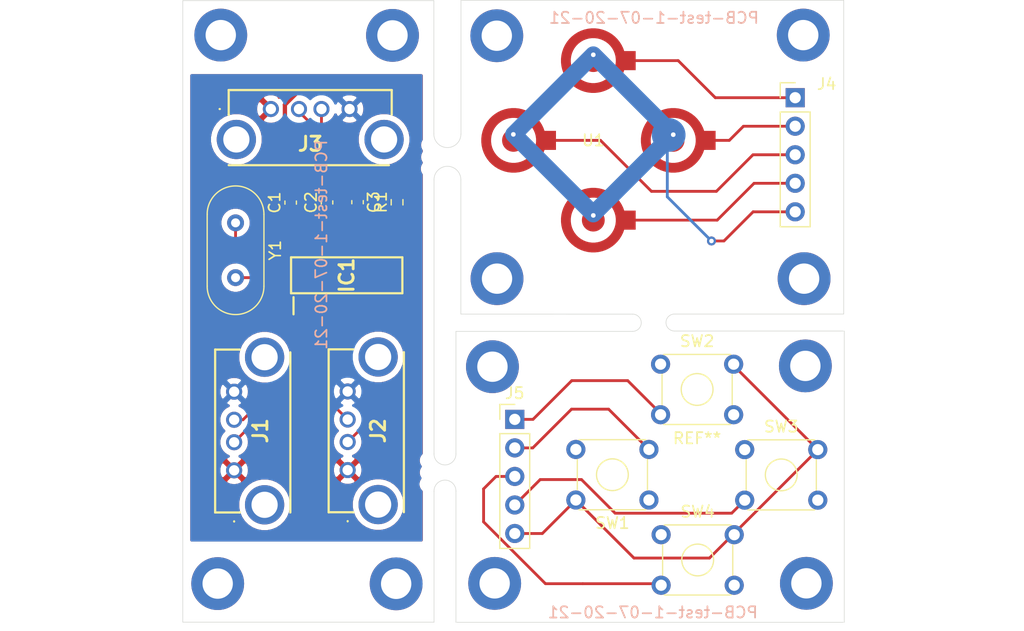
<source format=kicad_pcb>
(kicad_pcb (version 20171130) (host pcbnew "(5.1.9)-1")

  (general
    (thickness 1.6)
    (drawings 35)
    (tracks 124)
    (zones 0)
    (modules 35)
    (nets 50)
  )

  (page A4)
  (layers
    (0 F.Cu signal)
    (31 B.Cu signal)
    (32 B.Adhes user)
    (33 F.Adhes user)
    (34 B.Paste user)
    (35 F.Paste user)
    (36 B.SilkS user)
    (37 F.SilkS user)
    (38 B.Mask user)
    (39 F.Mask user)
    (40 Dwgs.User user)
    (41 Cmts.User user)
    (42 Eco1.User user)
    (43 Eco2.User user)
    (44 Edge.Cuts user)
    (45 Margin user)
    (46 B.CrtYd user)
    (47 F.CrtYd user)
    (48 B.Fab user)
    (49 F.Fab user)
  )

  (setup
    (last_trace_width 0.25)
    (user_trace_width 0.381)
    (trace_clearance 0.2)
    (zone_clearance 0.508)
    (zone_45_only no)
    (trace_min 0.2)
    (via_size 0.8)
    (via_drill 0.4)
    (via_min_size 0.4)
    (via_min_drill 0.3)
    (uvia_size 0.3)
    (uvia_drill 0.1)
    (uvias_allowed no)
    (uvia_min_size 0.2)
    (uvia_min_drill 0.1)
    (edge_width 0.05)
    (segment_width 0.2)
    (pcb_text_width 0.3)
    (pcb_text_size 1.5 1.5)
    (mod_edge_width 0.12)
    (mod_text_size 1 1)
    (mod_text_width 0.15)
    (pad_size 0.41 0.41)
    (pad_drill 0.41)
    (pad_to_mask_clearance 0)
    (aux_axis_origin 0 0)
    (visible_elements 7FFFFFFF)
    (pcbplotparams
      (layerselection 0x010fc_ffffffff)
      (usegerberextensions true)
      (usegerberattributes true)
      (usegerberadvancedattributes true)
      (creategerberjobfile true)
      (excludeedgelayer true)
      (linewidth 0.100000)
      (plotframeref false)
      (viasonmask false)
      (mode 1)
      (useauxorigin false)
      (hpglpennumber 1)
      (hpglpenspeed 20)
      (hpglpendiameter 15.000000)
      (psnegative false)
      (psa4output false)
      (plotreference true)
      (plotvalue true)
      (plotinvisibletext false)
      (padsonsilk false)
      (subtractmaskfromsilk false)
      (outputformat 1)
      (mirror false)
      (drillshape 0)
      (scaleselection 1)
      (outputdirectory "gerber/"))
  )

  (net 0 "")
  (net 1 GND)
  (net 2 /vd18)
  (net 3 /vd33)
  (net 4 +5V)
  (net 5 "Net-(IC1-Pad27)")
  (net 6 "Net-(IC1-Pad25)")
  (net 7 "Net-(IC1-Pad24)")
  (net 8 "Net-(IC1-Pad23)")
  (net 9 "Net-(IC1-Pad22)")
  (net 10 "Net-(IC1-Pad19)")
  (net 11 "Net-(IC1-Pad18)")
  (net 12 "Net-(IC1-Pad17)")
  (net 13 "Net-(IC1-Pad16)")
  (net 14 "Net-(IC1-Pad15)")
  (net 15 "Net-(IC1-Pad14)")
  (net 16 "Net-(IC1-Pad11)")
  (net 17 "Net-(IC1-Pad10)")
  (net 18 "Net-(IC1-Pad9)")
  (net 19 "Net-(IC1-Pad8)")
  (net 20 "Net-(IC1-Pad7)")
  (net 21 "Net-(IC1-Pad6)")
  (net 22 "Net-(IC1-Pad5)")
  (net 23 "Net-(IC1-Pad4)")
  (net 24 "Net-(IC1-Pad3)")
  (net 25 "Net-(IC1-Pad2)")
  (net 26 "Net-(J1-PadMH1)")
  (net 27 "Net-(J1-PadMH2)")
  (net 28 "Net-(J2-PadMH1)")
  (net 29 "Net-(J2-PadMH2)")
  (net 30 "Net-(J3-PadMH1)")
  (net 31 "Net-(J3-PadMH2)")
  (net 32 "Net-(J4-Pad5)")
  (net 33 "Net-(J4-Pad4)")
  (net 34 "Net-(J4-Pad3)")
  (net 35 "Net-(J4-Pad2)")
  (net 36 "Net-(J4-Pad1)")
  (net 37 "Net-(J5-Pad5)")
  (net 38 "Net-(J5-Pad4)")
  (net 39 "Net-(J5-Pad3)")
  (net 40 "Net-(J5-Pad2)")
  (net 41 "Net-(J5-Pad1)")
  (net 42 "Net-(SW1-Pad1)")
  (net 43 "Net-(SW1-Pad4)")
  (net 44 "Net-(SW2-Pad4)")
  (net 45 "Net-(SW2-Pad1)")
  (net 46 "Net-(SW3-Pad1)")
  (net 47 "Net-(SW3-Pad4)")
  (net 48 "Net-(SW4-Pad4)")
  (net 49 "Net-(SW4-Pad1)")

  (net_class Default "This is the default net class."
    (clearance 0.2)
    (trace_width 0.25)
    (via_dia 0.8)
    (via_drill 0.4)
    (uvia_dia 0.3)
    (uvia_drill 0.1)
    (add_net +5V)
    (add_net /vd18)
    (add_net /vd33)
    (add_net GND)
    (add_net "Net-(IC1-Pad10)")
    (add_net "Net-(IC1-Pad11)")
    (add_net "Net-(IC1-Pad14)")
    (add_net "Net-(IC1-Pad15)")
    (add_net "Net-(IC1-Pad16)")
    (add_net "Net-(IC1-Pad17)")
    (add_net "Net-(IC1-Pad18)")
    (add_net "Net-(IC1-Pad19)")
    (add_net "Net-(IC1-Pad2)")
    (add_net "Net-(IC1-Pad22)")
    (add_net "Net-(IC1-Pad23)")
    (add_net "Net-(IC1-Pad24)")
    (add_net "Net-(IC1-Pad25)")
    (add_net "Net-(IC1-Pad27)")
    (add_net "Net-(IC1-Pad3)")
    (add_net "Net-(IC1-Pad4)")
    (add_net "Net-(IC1-Pad5)")
    (add_net "Net-(IC1-Pad6)")
    (add_net "Net-(IC1-Pad7)")
    (add_net "Net-(IC1-Pad8)")
    (add_net "Net-(IC1-Pad9)")
    (add_net "Net-(J1-PadMH1)")
    (add_net "Net-(J1-PadMH2)")
    (add_net "Net-(J2-PadMH1)")
    (add_net "Net-(J2-PadMH2)")
    (add_net "Net-(J3-PadMH1)")
    (add_net "Net-(J3-PadMH2)")
    (add_net "Net-(J4-Pad1)")
    (add_net "Net-(J4-Pad2)")
    (add_net "Net-(J4-Pad3)")
    (add_net "Net-(J4-Pad4)")
    (add_net "Net-(J4-Pad5)")
    (add_net "Net-(J5-Pad1)")
    (add_net "Net-(J5-Pad2)")
    (add_net "Net-(J5-Pad3)")
    (add_net "Net-(J5-Pad4)")
    (add_net "Net-(J5-Pad5)")
    (add_net "Net-(SW1-Pad1)")
    (add_net "Net-(SW1-Pad4)")
    (add_net "Net-(SW2-Pad1)")
    (add_net "Net-(SW2-Pad4)")
    (add_net "Net-(SW3-Pad1)")
    (add_net "Net-(SW3-Pad4)")
    (add_net "Net-(SW4-Pad1)")
    (add_net "Net-(SW4-Pad4)")
  )

  (module FE1.1S:mouse-bite (layer F.Cu) (tedit 60F68179) (tstamp 60F70298)
    (at 170.00728 106.10596)
    (fp_text reference REF** (at 0 0.5) (layer F.SilkS) hide
      (effects (font (size 1 1) (thickness 0.15)))
    )
    (fp_text value mouse-bite (at 0 -0.5) (layer F.Fab) hide
      (effects (font (size 1 1) (thickness 0.15)))
    )
    (pad "" np_thru_hole circle (at 0 0) (size 0.5 0.5) (drill 0.5) (layers *.Cu *.Mask))
    (pad "" np_thru_hole circle (at 1.0668 0) (size 0.5 0.5) (drill 0.5) (layers *.Cu *.Mask))
    (pad "" np_thru_hole circle (at -1.0414 -0.0254) (size 0.5 0.5) (drill 0.5) (layers *.Cu *.Mask))
  )

  (module FE1.1S:mouse-bite (layer F.Cu) (tedit 60F68179) (tstamp 60F70279)
    (at 169.96664 103.73868)
    (fp_text reference REF** (at 0 0.5) (layer F.SilkS) hide
      (effects (font (size 1 1) (thickness 0.15)))
    )
    (fp_text value mouse-bite (at 0 -0.5) (layer F.Fab) hide
      (effects (font (size 1 1) (thickness 0.15)))
    )
    (pad "" np_thru_hole circle (at 0 0) (size 0.5 0.5) (drill 0.5) (layers *.Cu *.Mask))
    (pad "" np_thru_hole circle (at 1.0668 0) (size 0.5 0.5) (drill 0.5) (layers *.Cu *.Mask))
    (pad "" np_thru_hole circle (at -1.0414 -0.0254) (size 0.5 0.5) (drill 0.5) (layers *.Cu *.Mask))
  )

  (module FE1.1S:mouse-bite (layer F.Cu) (tedit 60F68179) (tstamp 60F7020D)
    (at 149.9616 118.237 90)
    (fp_text reference REF** (at 0 0.5 90) (layer F.SilkS) hide
      (effects (font (size 1 1) (thickness 0.15)))
    )
    (fp_text value mouse-bite (at 0 -0.5 90) (layer F.Fab) hide
      (effects (font (size 1 1) (thickness 0.15)))
    )
    (pad "" np_thru_hole circle (at 0 0 90) (size 0.5 0.5) (drill 0.5) (layers *.Cu *.Mask))
    (pad "" np_thru_hole circle (at 1.0668 0 90) (size 0.5 0.5) (drill 0.5) (layers *.Cu *.Mask))
    (pad "" np_thru_hole circle (at -1.0414 -0.0254 90) (size 0.5 0.5) (drill 0.5) (layers *.Cu *.Mask))
  )

  (module FE1.1S:mouse-bite (layer F.Cu) (tedit 60F68179) (tstamp 60F701E8)
    (at 152.94356 118.22684 90)
    (fp_text reference REF** (at 0 0.5 90) (layer F.SilkS) hide
      (effects (font (size 1 1) (thickness 0.15)))
    )
    (fp_text value mouse-bite (at 0 -0.5 90) (layer F.Fab) hide
      (effects (font (size 1 1) (thickness 0.15)))
    )
    (pad "" np_thru_hole circle (at 0 0 90) (size 0.5 0.5) (drill 0.5) (layers *.Cu *.Mask))
    (pad "" np_thru_hole circle (at 1.0668 0 90) (size 0.5 0.5) (drill 0.5) (layers *.Cu *.Mask))
    (pad "" np_thru_hole circle (at -1.0414 -0.0254 90) (size 0.5 0.5) (drill 0.5) (layers *.Cu *.Mask))
  )

  (module FE1.1S:mouse-bite (layer F.Cu) (tedit 60F68179) (tstamp 60F701BB)
    (at 150.07844 90.15476 90)
    (fp_text reference REF** (at 0 0.5 90) (layer F.SilkS) hide
      (effects (font (size 1 1) (thickness 0.15)))
    )
    (fp_text value mouse-bite (at 0 -0.5 90) (layer F.Fab) hide
      (effects (font (size 1 1) (thickness 0.15)))
    )
    (pad "" np_thru_hole circle (at 0 0 90) (size 0.5 0.5) (drill 0.5) (layers *.Cu *.Mask))
    (pad "" np_thru_hole circle (at 1.0668 0 90) (size 0.5 0.5) (drill 0.5) (layers *.Cu *.Mask))
    (pad "" np_thru_hole circle (at -1.0414 -0.0254 90) (size 0.5 0.5) (drill 0.5) (layers *.Cu *.Mask))
  )

  (module FE1.1S:mouse-bite (layer F.Cu) (tedit 60F68179) (tstamp 60F70196)
    (at 153.23312 90.16492 90)
    (fp_text reference REF** (at 0 0.5 90) (layer F.SilkS) hide
      (effects (font (size 1 1) (thickness 0.15)))
    )
    (fp_text value mouse-bite (at 0 -0.5 90) (layer F.Fab) hide
      (effects (font (size 1 1) (thickness 0.15)))
    )
    (pad "" np_thru_hole circle (at 0 0 90) (size 0.5 0.5) (drill 0.5) (layers *.Cu *.Mask))
    (pad "" np_thru_hole circle (at 1.0668 0 90) (size 0.5 0.5) (drill 0.5) (layers *.Cu *.Mask))
    (pad "" np_thru_hole circle (at -1.0414 -0.0254 90) (size 0.5 0.5) (drill 0.5) (layers *.Cu *.Mask))
  )

  (module MountingHole:MountingHole_2.1mm (layer F.Cu) (tedit 5B924765) (tstamp 60F696C0)
    (at 173.86808 118.3894)
    (descr "Mounting Hole 2.1mm, no annular")
    (tags "mounting hole 2.1mm no annular")
    (attr virtual)
    (fp_text reference REF** (at 0 -3.2) (layer F.SilkS)
      (effects (font (size 1 1) (thickness 0.15)))
    )
    (fp_text value MountingHole_2.1mm (at 0 3.2) (layer F.Fab)
      (effects (font (size 1 1) (thickness 0.15)))
    )
    (fp_text user %R (at 0.3 0) (layer F.Fab)
      (effects (font (size 1 1) (thickness 0.15)))
    )
    (fp_circle (center 0 0) (end 2.1 0) (layer Cmts.User) (width 0.15))
    (fp_circle (center 0 0) (end 2.35 0) (layer F.CrtYd) (width 0.05))
    (pad "" np_thru_hole circle (at 0 0) (size 2.1 2.1) (drill 2.1) (layers *.Cu *.Mask))
  )

  (module MountingHole:MountingHole_2.7mm_M2.5_DIN965_Pad_TopBottom (layer F.Cu) (tedit 56D1B4CB) (tstamp 60F67620)
    (at 131.50088 79.2988)
    (descr "Mounting Hole 2.7mm, M2.5, DIN965")
    (tags "mounting hole 2.7mm m2.5 din965")
    (attr virtual)
    (fp_text reference REF** (at 0 -4.10972) (layer F.SilkS) hide
      (effects (font (size 1 1) (thickness 0.15)))
    )
    (fp_text value MountingHole_2.7mm_M2.5_DIN965_Pad_TopBottom (at 0 3.35) (layer F.Fab)
      (effects (font (size 1 1) (thickness 0.15)))
    )
    (fp_circle (center 0 0) (end 2.35 0) (layer Cmts.User) (width 0.15))
    (fp_circle (center 0 0) (end 2.6 0) (layer F.CrtYd) (width 0.05))
    (fp_text user %R (at 0.3 0) (layer F.Fab)
      (effects (font (size 1 1) (thickness 0.15)))
    )
    (pad 1 thru_hole circle (at 0 0) (size 3.1 3.1) (drill 2.7) (layers *.Cu *.Mask))
    (pad 1 connect circle (at 0 0) (size 4.7 4.7) (layers F.Cu F.Mask))
    (pad 1 connect circle (at 0 0) (size 4.7 4.7) (layers B.Cu B.Mask))
  )

  (module MountingHole:MountingHole_2.7mm_M2.5_DIN965_Pad_TopBottom (layer F.Cu) (tedit 56D1B4CB) (tstamp 60F6750D)
    (at 146.77644 79.3242)
    (descr "Mounting Hole 2.7mm, M2.5, DIN965")
    (tags "mounting hole 2.7mm m2.5 din965")
    (attr virtual)
    (fp_text reference REF** (at -0.02032 -3.99288) (layer F.SilkS) hide
      (effects (font (size 1 1) (thickness 0.15)))
    )
    (fp_text value MountingHole_2.7mm_M2.5_DIN965_Pad_TopBottom (at 0 3.35) (layer F.Fab)
      (effects (font (size 1 1) (thickness 0.15)))
    )
    (fp_circle (center 0 0) (end 2.35 0) (layer Cmts.User) (width 0.15))
    (fp_circle (center 0 0) (end 2.6 0) (layer F.CrtYd) (width 0.05))
    (fp_text user %R (at 0.3 0) (layer F.Fab)
      (effects (font (size 1 1) (thickness 0.15)))
    )
    (pad 1 thru_hole circle (at 0 0) (size 3.1 3.1) (drill 2.7) (layers *.Cu *.Mask))
    (pad 1 connect circle (at 0 0) (size 4.7 4.7) (layers F.Cu F.Mask))
    (pad 1 connect circle (at 0 0) (size 4.7 4.7) (layers B.Cu B.Mask))
  )

  (module MountingHole:MountingHole_2.7mm_M2.5_DIN965_Pad_TopBottom (layer F.Cu) (tedit 56D1B4CB) (tstamp 60F6750D)
    (at 156.05252 79.35468)
    (descr "Mounting Hole 2.7mm, M2.5, DIN965")
    (tags "mounting hole 2.7mm m2.5 din965")
    (attr virtual)
    (fp_text reference REF** (at 0.01524 -4.02336) (layer F.SilkS) hide
      (effects (font (size 1 1) (thickness 0.15)))
    )
    (fp_text value MountingHole_2.7mm_M2.5_DIN965_Pad_TopBottom (at 0 3.35) (layer F.Fab)
      (effects (font (size 1 1) (thickness 0.15)))
    )
    (fp_circle (center 0 0) (end 2.35 0) (layer Cmts.User) (width 0.15))
    (fp_circle (center 0 0) (end 2.6 0) (layer F.CrtYd) (width 0.05))
    (fp_text user %R (at 0.3 0) (layer F.Fab)
      (effects (font (size 1 1) (thickness 0.15)))
    )
    (pad 1 thru_hole circle (at 0 0) (size 3.1 3.1) (drill 2.7) (layers *.Cu *.Mask))
    (pad 1 connect circle (at 0 0) (size 4.7 4.7) (layers F.Cu F.Mask))
    (pad 1 connect circle (at 0 0) (size 4.7 4.7) (layers B.Cu B.Mask))
  )

  (module MountingHole:MountingHole_2.7mm_M2.5_DIN965_Pad_TopBottom (layer F.Cu) (tedit 56D1B4CB) (tstamp 60F6750D)
    (at 183.388 100.98024)
    (descr "Mounting Hole 2.7mm, M2.5, DIN965")
    (tags "mounting hole 2.7mm m2.5 din965")
    (attr virtual)
    (fp_text reference REF** (at 0 -3.35) (layer F.SilkS) hide
      (effects (font (size 1 1) (thickness 0.15)))
    )
    (fp_text value MountingHole_2.7mm_M2.5_DIN965_Pad_TopBottom (at 0 3.35) (layer F.Fab)
      (effects (font (size 1 1) (thickness 0.15)))
    )
    (fp_circle (center 0 0) (end 2.35 0) (layer Cmts.User) (width 0.15))
    (fp_circle (center 0 0) (end 2.6 0) (layer F.CrtYd) (width 0.05))
    (fp_text user %R (at 0.3 0) (layer F.Fab)
      (effects (font (size 1 1) (thickness 0.15)))
    )
    (pad 1 thru_hole circle (at 0 0) (size 3.1 3.1) (drill 2.7) (layers *.Cu *.Mask))
    (pad 1 connect circle (at 0 0) (size 4.7 4.7) (layers F.Cu F.Mask))
    (pad 1 connect circle (at 0 0) (size 4.7 4.7) (layers B.Cu B.Mask))
  )

  (module MountingHole:MountingHole_2.7mm_M2.5_DIN965_Pad_TopBottom (layer F.Cu) (tedit 56D1B4CB) (tstamp 60F6750D)
    (at 183.3118 79.2988)
    (descr "Mounting Hole 2.7mm, M2.5, DIN965")
    (tags "mounting hole 2.7mm m2.5 din965")
    (attr virtual)
    (fp_text reference REF** (at 0 -3.35) (layer F.SilkS) hide
      (effects (font (size 1 1) (thickness 0.15)))
    )
    (fp_text value MountingHole_2.7mm_M2.5_DIN965_Pad_TopBottom (at 0 3.35) (layer F.Fab)
      (effects (font (size 1 1) (thickness 0.15)))
    )
    (fp_circle (center 0 0) (end 2.35 0) (layer Cmts.User) (width 0.15))
    (fp_circle (center 0 0) (end 2.6 0) (layer F.CrtYd) (width 0.05))
    (fp_text user %R (at 0.3 0) (layer F.Fab)
      (effects (font (size 1 1) (thickness 0.15)))
    )
    (pad 1 thru_hole circle (at 0 0) (size 3.1 3.1) (drill 2.7) (layers *.Cu *.Mask))
    (pad 1 connect circle (at 0 0) (size 4.7 4.7) (layers F.Cu F.Mask))
    (pad 1 connect circle (at 0 0) (size 4.7 4.7) (layers B.Cu B.Mask))
  )

  (module MountingHole:MountingHole_2.7mm_M2.5_DIN965_Pad_TopBottom (layer F.Cu) (tedit 56D1B4CB) (tstamp 60F6750D)
    (at 156.07284 100.98024)
    (descr "Mounting Hole 2.7mm, M2.5, DIN965")
    (tags "mounting hole 2.7mm m2.5 din965")
    (attr virtual)
    (fp_text reference REF** (at 0 -3.35) (layer F.SilkS) hide
      (effects (font (size 1 1) (thickness 0.15)))
    )
    (fp_text value MountingHole_2.7mm_M2.5_DIN965_Pad_TopBottom (at 0 3.35) (layer F.Fab)
      (effects (font (size 1 1) (thickness 0.15)))
    )
    (fp_circle (center 0 0) (end 2.35 0) (layer Cmts.User) (width 0.15))
    (fp_circle (center 0 0) (end 2.6 0) (layer F.CrtYd) (width 0.05))
    (fp_text user %R (at 0.3 0) (layer F.Fab)
      (effects (font (size 1 1) (thickness 0.15)))
    )
    (pad 1 thru_hole circle (at 0 0) (size 3.1 3.1) (drill 2.7) (layers *.Cu *.Mask))
    (pad 1 connect circle (at 0 0) (size 4.7 4.7) (layers F.Cu F.Mask))
    (pad 1 connect circle (at 0 0) (size 4.7 4.7) (layers B.Cu B.Mask))
  )

  (module MountingHole:MountingHole_2.7mm_M2.5_DIN965_Pad_TopBottom (layer F.Cu) (tedit 56D1B4CB) (tstamp 60F6750D)
    (at 155.86456 128.10744)
    (descr "Mounting Hole 2.7mm, M2.5, DIN965")
    (tags "mounting hole 2.7mm m2.5 din965")
    (attr virtual)
    (fp_text reference REF** (at 0 -3.35) (layer F.SilkS) hide
      (effects (font (size 1 1) (thickness 0.15)))
    )
    (fp_text value MountingHole_2.7mm_M2.5_DIN965_Pad_TopBottom (at 0 3.35) (layer F.Fab)
      (effects (font (size 1 1) (thickness 0.15)))
    )
    (fp_text user %R (at 0.3 0) (layer F.Fab)
      (effects (font (size 1 1) (thickness 0.15)))
    )
    (fp_circle (center 0 0) (end 2.6 0) (layer F.CrtYd) (width 0.05))
    (fp_circle (center 0 0) (end 2.35 0) (layer Cmts.User) (width 0.15))
    (pad 1 connect circle (at 0 0) (size 4.7 4.7) (layers B.Cu B.Mask))
    (pad 1 connect circle (at 0 0) (size 4.7 4.7) (layers F.Cu F.Mask))
    (pad 1 thru_hole circle (at 0 0) (size 3.1 3.1) (drill 2.7) (layers *.Cu *.Mask))
  )

  (module MountingHole:MountingHole_2.7mm_M2.5_DIN965_Pad_TopBottom (layer F.Cu) (tedit 56D1B4CB) (tstamp 60F6750D)
    (at 155.66644 108.81868)
    (descr "Mounting Hole 2.7mm, M2.5, DIN965")
    (tags "mounting hole 2.7mm m2.5 din965")
    (attr virtual)
    (fp_text reference REF** (at 0 -3.35) (layer F.SilkS) hide
      (effects (font (size 1 1) (thickness 0.15)))
    )
    (fp_text value MountingHole_2.7mm_M2.5_DIN965_Pad_TopBottom (at 0 3.35) (layer F.Fab)
      (effects (font (size 1 1) (thickness 0.15)))
    )
    (fp_circle (center 0 0) (end 2.35 0) (layer Cmts.User) (width 0.15))
    (fp_circle (center 0 0) (end 2.6 0) (layer F.CrtYd) (width 0.05))
    (fp_text user %R (at 0.3 0) (layer F.Fab)
      (effects (font (size 1 1) (thickness 0.15)))
    )
    (pad 1 thru_hole circle (at 0 0) (size 3.1 3.1) (drill 2.7) (layers *.Cu *.Mask))
    (pad 1 connect circle (at 0 0) (size 4.7 4.7) (layers F.Cu F.Mask))
    (pad 1 connect circle (at 0 0) (size 4.7 4.7) (layers B.Cu B.Mask))
  )

  (module MountingHole:MountingHole_2.7mm_M2.5_DIN965_Pad_TopBottom (layer F.Cu) (tedit 56D1B4CB) (tstamp 60F6750D)
    (at 183.49976 108.74756)
    (descr "Mounting Hole 2.7mm, M2.5, DIN965")
    (tags "mounting hole 2.7mm m2.5 din965")
    (attr virtual)
    (fp_text reference REF** (at 0 -3.35) (layer F.SilkS) hide
      (effects (font (size 1 1) (thickness 0.15)))
    )
    (fp_text value MountingHole_2.7mm_M2.5_DIN965_Pad_TopBottom (at 0 3.35) (layer F.Fab)
      (effects (font (size 1 1) (thickness 0.15)))
    )
    (fp_circle (center 0 0) (end 2.35 0) (layer Cmts.User) (width 0.15))
    (fp_circle (center 0 0) (end 2.6 0) (layer F.CrtYd) (width 0.05))
    (fp_text user %R (at 0.3 0) (layer F.Fab)
      (effects (font (size 1 1) (thickness 0.15)))
    )
    (pad 1 thru_hole circle (at 0 0) (size 3.1 3.1) (drill 2.7) (layers *.Cu *.Mask))
    (pad 1 connect circle (at 0 0) (size 4.7 4.7) (layers F.Cu F.Mask))
    (pad 1 connect circle (at 0 0) (size 4.7 4.7) (layers B.Cu B.Mask))
  )

  (module MountingHole:MountingHole_2.7mm_M2.5_DIN965_Pad_TopBottom (layer F.Cu) (tedit 56D1B4CB) (tstamp 60F6750D)
    (at 183.5912 128.10236)
    (descr "Mounting Hole 2.7mm, M2.5, DIN965")
    (tags "mounting hole 2.7mm m2.5 din965")
    (attr virtual)
    (fp_text reference REF** (at 0 -3.35) (layer F.SilkS) hide
      (effects (font (size 1 1) (thickness 0.15)))
    )
    (fp_text value MountingHole_2.7mm_M2.5_DIN965_Pad_TopBottom (at 0 3.35) (layer F.Fab)
      (effects (font (size 1 1) (thickness 0.15)))
    )
    (fp_text user %R (at 0.3 0) (layer F.Fab)
      (effects (font (size 1 1) (thickness 0.15)))
    )
    (fp_circle (center 0 0) (end 2.6 0) (layer F.CrtYd) (width 0.05))
    (fp_circle (center 0 0) (end 2.35 0) (layer Cmts.User) (width 0.15))
    (pad 1 connect circle (at 0 0) (size 4.7 4.7) (layers B.Cu B.Mask))
    (pad 1 connect circle (at 0 0) (size 4.7 4.7) (layers F.Cu F.Mask))
    (pad 1 thru_hole circle (at 0 0) (size 3.1 3.1) (drill 2.7) (layers *.Cu *.Mask))
  )

  (module MountingHole:MountingHole_2.7mm_M2.5_DIN965_Pad_TopBottom (layer F.Cu) (tedit 56D1B4CB) (tstamp 60F6750D)
    (at 147.10156 128.14808)
    (descr "Mounting Hole 2.7mm, M2.5, DIN965")
    (tags "mounting hole 2.7mm m2.5 din965")
    (attr virtual)
    (fp_text reference REF** (at 0 -3.35) (layer F.SilkS) hide
      (effects (font (size 1 1) (thickness 0.15)))
    )
    (fp_text value MountingHole_2.7mm_M2.5_DIN965_Pad_TopBottom (at 0 3.35) (layer F.Fab)
      (effects (font (size 1 1) (thickness 0.15)))
    )
    (fp_circle (center 0 0) (end 2.35 0) (layer Cmts.User) (width 0.15))
    (fp_circle (center 0 0) (end 2.6 0) (layer F.CrtYd) (width 0.05))
    (fp_text user %R (at 0.3 0) (layer F.Fab)
      (effects (font (size 1 1) (thickness 0.15)))
    )
    (pad 1 thru_hole circle (at 0 0) (size 3.1 3.1) (drill 2.7) (layers *.Cu *.Mask))
    (pad 1 connect circle (at 0 0) (size 4.7 4.7) (layers F.Cu F.Mask))
    (pad 1 connect circle (at 0 0) (size 4.7 4.7) (layers B.Cu B.Mask))
  )

  (module MountingHole:MountingHole_2.7mm_M2.5_DIN965_Pad_TopBottom (layer F.Cu) (tedit 56D1B4CB) (tstamp 60F6750C)
    (at 131.22656 128.12776)
    (descr "Mounting Hole 2.7mm, M2.5, DIN965")
    (tags "mounting hole 2.7mm m2.5 din965")
    (attr virtual)
    (fp_text reference REF** (at 0 -3.35) (layer F.SilkS) hide
      (effects (font (size 1 1) (thickness 0.15)))
    )
    (fp_text value MountingHole_2.7mm_M2.5_DIN965_Pad_TopBottom (at 0 3.35) (layer F.Fab)
      (effects (font (size 1 1) (thickness 0.15)))
    )
    (fp_text user %R (at 0.3 0) (layer F.Fab)
      (effects (font (size 1 1) (thickness 0.15)))
    )
    (fp_circle (center 0 0) (end 2.35 0) (layer Cmts.User) (width 0.15))
    (fp_circle (center 0 0) (end 2.6 0) (layer F.CrtYd) (width 0.05))
    (pad 1 connect circle (at 0 0) (size 4.7 4.7) (layers B.Cu B.Mask))
    (pad 1 connect circle (at 0 0) (size 4.7 4.7) (layers F.Cu F.Mask))
    (pad 1 thru_hole circle (at 0 0) (size 3.1 3.1) (drill 2.7) (layers *.Cu *.Mask))
  )

  (module dpad:3ds_dpad_cross (layer F.Cu) (tedit 60F632F1) (tstamp 60F5565D)
    (at 164.63772 88.6714)
    (path /60F6F767)
    (fp_text reference U1 (at 0 0) (layer F.SilkS)
      (effects (font (size 1 1) (thickness 0.15)))
    )
    (fp_text value dpad-cross-trace (at -0.0254 -11.2776) (layer F.Fab)
      (effects (font (size 1 1) (thickness 0.15)))
    )
    (fp_text user %R (at 0 -1.8542) (layer F.Fab)
      (effects (font (size 1 1) (thickness 0.15)))
    )
    (pad 6 smd circle (at 7.112 -0.5334) (size 0.46 0.46) (layers B.Mask))
    (pad 6 smd circle (at 0 6.6802) (size 0.46 0.46) (layers B.Mask))
    (pad 6 smd circle (at -7.112 -0.5334) (size 0.46 0.46) (layers B.Mask))
    (pad 6 smd circle (at 0 -7.62) (size 0.46 0.46) (layers B.Mask))
    (pad "" smd custom (at 6.7056 -0.4826) (size 3 3) (layers B.Cu)
      (net 32 "Net-(J4-Pad5)") (zone_connect 0)
      (options (clearance outline) (anchor circle))
      (primitives
        (gr_line (start -6.7056 7.0358) (end 0.0762 0.254) (width 1.5))
        (gr_line (start -6.7056 -7.1374) (end -13.7922 -0.0508) (width 1.5))
        (gr_line (start -6.7056 -7.1374) (end 0.0762 -0.3556) (width 1.5))
        (gr_line (start -13.7922 -0.0508) (end -6.7056 7.0358) (width 1.5))
      ))
    (pad "" smd circle (at 0 7.1) (size 5.76 5.76) (layers F.Mask)
      (zone_connect 0))
    (pad "" smd circle (at -7.1 0) (size 5.76 5.76) (layers F.Mask)
      (zone_connect 0))
    (pad "" smd circle (at 7.1 0) (size 5.76 5.76) (layers F.Mask)
      (zone_connect 0))
    (pad "" smd circle (at 0 -7.1) (size 5.76 5.76) (layers F.Mask)
      (zone_connect 0))
    (pad "" thru_hole circle (at 7.112 -0.508) (size 0.41 0.41) (drill 0.41) (layers *.Cu)
      (net 32 "Net-(J4-Pad5)"))
    (pad "" thru_hole circle (at 0 6.6802) (size 0.41 0.41) (drill 0.41) (layers *.Cu)
      (net 32 "Net-(J4-Pad5)"))
    (pad "" thru_hole circle (at -7.112 -0.5334) (size 0.41 0.41) (drill 0.41) (layers *.Cu)
      (net 32 "Net-(J4-Pad5)"))
    (pad "" thru_hole circle (at 0 -7.62) (size 0.41 0.41) (drill 0.41) (layers *.Cu)
      (net 32 "Net-(J4-Pad5)"))
    (pad 5 smd circle (at 0 -7.1) (size 2.03 2.03) (layers F.Cu)
      (net 32 "Net-(J4-Pad5)"))
    (pad 1 smd custom (at 2.921 -7.1) (size 1.7 1.7) (layers F.Cu)
      (net 36 "Net-(J4-Pad1)") (zone_connect 0)
      (options (clearance outline) (anchor rect))
      (primitives
        (gr_circle (center -2.921 0) (end -0.481 0) (width 0.88))
      ))
    (pad 5 smd circle (at 0 7.1) (size 2.03 2.03) (layers F.Cu)
      (net 32 "Net-(J4-Pad5)"))
    (pad 4 smd custom (at 2.921 7.1) (size 1.7 1.7) (layers F.Cu)
      (net 33 "Net-(J4-Pad4)") (zone_connect 0)
      (options (clearance outline) (anchor rect))
      (primitives
        (gr_circle (center -2.921 0) (end -0.481 0) (width 0.88))
      ))
    (pad 5 smd circle (at -7.1 0) (size 2.03 2.03) (layers F.Cu)
      (net 32 "Net-(J4-Pad5)"))
    (pad 3 smd custom (at -4.17 0) (size 1.7 1.7) (layers F.Cu)
      (net 34 "Net-(J4-Pad3)") (zone_connect 0)
      (options (clearance outline) (anchor rect))
      (primitives
        (gr_circle (center -2.921 0) (end -0.481 0) (width 0.88))
      ))
    (pad 5 smd circle (at 7.1 0) (size 2.03 2.03) (layers F.Cu)
      (net 32 "Net-(J4-Pad5)"))
    (pad 2 smd custom (at 10.03 0) (size 1.7 1.7) (layers F.Cu)
      (net 35 "Net-(J4-Pad2)") (zone_connect 0)
      (options (clearance outline) (anchor rect))
      (primitives
        (gr_circle (center -2.921 0) (end -0.481 0) (width 0.88))
      ))
  )

  (module Button_Switch_THT:SW_TH_Tactile_Omron_B3F-10xx (layer F.Cu) (tedit 5D84F0EF) (tstamp 60F55643)
    (at 170.67276 123.7742)
    (descr SW_TH_Tactile_Omron_B3F-10xx_https://www.omron.com/ecb/products/pdf/en-b3f.pdf)
    (tags "Omron B3F-10xx")
    (path /60F7F2BB)
    (fp_text reference SW4 (at 3.25 -2.05) (layer F.SilkS)
      (effects (font (size 1 1) (thickness 0.15)))
    )
    (fp_text value SW_MEC_5G (at 3.2 6.5) (layer F.Fab)
      (effects (font (size 1 1) (thickness 0.15)))
    )
    (fp_line (start 0.25 -0.75) (end 0.25 5.25) (layer F.Fab) (width 0.1))
    (fp_line (start 6.25 -0.75) (end 6.25 5.25) (layer F.Fab) (width 0.1))
    (fp_line (start 0.25 -0.75) (end 6.25 -0.75) (layer F.Fab) (width 0.1))
    (fp_line (start 7.6 5.6) (end 7.6 -1.1) (layer F.CrtYd) (width 0.05))
    (fp_line (start -1.1 5.6) (end 7.6 5.6) (layer F.CrtYd) (width 0.05))
    (fp_line (start -1.1 -1.1) (end -1.1 5.6) (layer F.CrtYd) (width 0.05))
    (fp_circle (center 3.25 2.25) (end 4.25 3.25) (layer F.SilkS) (width 0.12))
    (fp_line (start 0.28 5.37) (end 6.22 5.37) (layer F.SilkS) (width 0.12))
    (fp_line (start 0.28 -0.87) (end 6.22 -0.87) (layer F.SilkS) (width 0.12))
    (fp_line (start 0.13 3.59) (end 0.13 0.91) (layer F.SilkS) (width 0.12))
    (fp_line (start 6.37 0.91) (end 6.37 3.59) (layer F.SilkS) (width 0.12))
    (fp_line (start 0.25 5.25) (end 6.25 5.25) (layer F.Fab) (width 0.1))
    (fp_line (start -1.1 -1.1) (end 7.6 -1.1) (layer F.CrtYd) (width 0.05))
    (fp_text user %R (at 3.25 2.25) (layer F.Fab)
      (effects (font (size 1 1) (thickness 0.15)))
    )
    (pad 4 thru_hole circle (at 6.5 4.5) (size 1.7 1.7) (drill 1) (layers *.Cu *.Mask)
      (net 48 "Net-(SW4-Pad4)"))
    (pad 3 thru_hole circle (at 0 4.5) (size 1.7 1.7) (drill 1) (layers *.Cu *.Mask)
      (net 39 "Net-(J5-Pad3)"))
    (pad 2 thru_hole circle (at 6.5 0) (size 1.7 1.7) (drill 1) (layers *.Cu *.Mask)
      (net 37 "Net-(J5-Pad5)"))
    (pad 1 thru_hole circle (at 0 0) (size 1.7 1.7) (drill 1) (layers *.Cu *.Mask)
      (net 49 "Net-(SW4-Pad1)"))
    (model ${KISYS3DMOD}/Button_Switch_THT.3dshapes/SW_TH_Tactile_Omron_B3F-10xx.wrl
      (at (xyz 0 0 0))
      (scale (xyz 1 1 1))
      (rotate (xyz 0 0 0))
    )
  )

  (module Button_Switch_THT:SW_TH_Tactile_Omron_B3F-10xx (layer F.Cu) (tedit 5D84F0EF) (tstamp 60F5562D)
    (at 178.1048 116.19992)
    (descr SW_TH_Tactile_Omron_B3F-10xx_https://www.omron.com/ecb/products/pdf/en-b3f.pdf)
    (tags "Omron B3F-10xx")
    (path /60F81E81)
    (fp_text reference SW3 (at 3.25 -2.05) (layer F.SilkS)
      (effects (font (size 1 1) (thickness 0.15)))
    )
    (fp_text value SW_MEC_5G (at 3.2 6.5) (layer F.Fab)
      (effects (font (size 1 1) (thickness 0.15)))
    )
    (fp_line (start -1.1 -1.1) (end 7.6 -1.1) (layer F.CrtYd) (width 0.05))
    (fp_line (start 0.25 5.25) (end 6.25 5.25) (layer F.Fab) (width 0.1))
    (fp_line (start 6.37 0.91) (end 6.37 3.59) (layer F.SilkS) (width 0.12))
    (fp_line (start 0.13 3.59) (end 0.13 0.91) (layer F.SilkS) (width 0.12))
    (fp_line (start 0.28 -0.87) (end 6.22 -0.87) (layer F.SilkS) (width 0.12))
    (fp_line (start 0.28 5.37) (end 6.22 5.37) (layer F.SilkS) (width 0.12))
    (fp_circle (center 3.25 2.25) (end 4.25 3.25) (layer F.SilkS) (width 0.12))
    (fp_line (start -1.1 -1.1) (end -1.1 5.6) (layer F.CrtYd) (width 0.05))
    (fp_line (start -1.1 5.6) (end 7.6 5.6) (layer F.CrtYd) (width 0.05))
    (fp_line (start 7.6 5.6) (end 7.6 -1.1) (layer F.CrtYd) (width 0.05))
    (fp_line (start 0.25 -0.75) (end 6.25 -0.75) (layer F.Fab) (width 0.1))
    (fp_line (start 6.25 -0.75) (end 6.25 5.25) (layer F.Fab) (width 0.1))
    (fp_line (start 0.25 -0.75) (end 0.25 5.25) (layer F.Fab) (width 0.1))
    (fp_text user %R (at 3.25 2.25) (layer F.Fab)
      (effects (font (size 1 1) (thickness 0.15)))
    )
    (pad 1 thru_hole circle (at 0 0) (size 1.7 1.7) (drill 1) (layers *.Cu *.Mask)
      (net 46 "Net-(SW3-Pad1)"))
    (pad 2 thru_hole circle (at 6.5 0) (size 1.7 1.7) (drill 1) (layers *.Cu *.Mask)
      (net 37 "Net-(J5-Pad5)"))
    (pad 3 thru_hole circle (at 0 4.5) (size 1.7 1.7) (drill 1) (layers *.Cu *.Mask)
      (net 38 "Net-(J5-Pad4)"))
    (pad 4 thru_hole circle (at 6.5 4.5) (size 1.7 1.7) (drill 1) (layers *.Cu *.Mask)
      (net 47 "Net-(SW3-Pad4)"))
    (model ${KISYS3DMOD}/Button_Switch_THT.3dshapes/SW_TH_Tactile_Omron_B3F-10xx.wrl
      (at (xyz 0 0 0))
      (scale (xyz 1 1 1))
      (rotate (xyz 0 0 0))
    )
  )

  (module Button_Switch_THT:SW_TH_Tactile_Omron_B3F-10xx (layer F.Cu) (tedit 5D84F0EF) (tstamp 60F55617)
    (at 170.62196 108.59516)
    (descr SW_TH_Tactile_Omron_B3F-10xx_https://www.omron.com/ecb/products/pdf/en-b3f.pdf)
    (tags "Omron B3F-10xx")
    (path /60F7D205)
    (fp_text reference SW2 (at 3.25 -2.05) (layer F.SilkS)
      (effects (font (size 1 1) (thickness 0.15)))
    )
    (fp_text value SW_MEC_5G (at 3.2 6.5) (layer F.Fab)
      (effects (font (size 1 1) (thickness 0.15)))
    )
    (fp_line (start 0.25 -0.75) (end 0.25 5.25) (layer F.Fab) (width 0.1))
    (fp_line (start 6.25 -0.75) (end 6.25 5.25) (layer F.Fab) (width 0.1))
    (fp_line (start 0.25 -0.75) (end 6.25 -0.75) (layer F.Fab) (width 0.1))
    (fp_line (start 7.6 5.6) (end 7.6 -1.1) (layer F.CrtYd) (width 0.05))
    (fp_line (start -1.1 5.6) (end 7.6 5.6) (layer F.CrtYd) (width 0.05))
    (fp_line (start -1.1 -1.1) (end -1.1 5.6) (layer F.CrtYd) (width 0.05))
    (fp_circle (center 3.25 2.25) (end 4.25 3.25) (layer F.SilkS) (width 0.12))
    (fp_line (start 0.28 5.37) (end 6.22 5.37) (layer F.SilkS) (width 0.12))
    (fp_line (start 0.28 -0.87) (end 6.22 -0.87) (layer F.SilkS) (width 0.12))
    (fp_line (start 0.13 3.59) (end 0.13 0.91) (layer F.SilkS) (width 0.12))
    (fp_line (start 6.37 0.91) (end 6.37 3.59) (layer F.SilkS) (width 0.12))
    (fp_line (start 0.25 5.25) (end 6.25 5.25) (layer F.Fab) (width 0.1))
    (fp_line (start -1.1 -1.1) (end 7.6 -1.1) (layer F.CrtYd) (width 0.05))
    (fp_text user %R (at 3.25 2.25) (layer F.Fab)
      (effects (font (size 1 1) (thickness 0.15)))
    )
    (pad 4 thru_hole circle (at 6.5 4.5) (size 1.7 1.7) (drill 1) (layers *.Cu *.Mask)
      (net 44 "Net-(SW2-Pad4)"))
    (pad 3 thru_hole circle (at 0 4.5) (size 1.7 1.7) (drill 1) (layers *.Cu *.Mask)
      (net 41 "Net-(J5-Pad1)"))
    (pad 2 thru_hole circle (at 6.5 0) (size 1.7 1.7) (drill 1) (layers *.Cu *.Mask)
      (net 37 "Net-(J5-Pad5)"))
    (pad 1 thru_hole circle (at 0 0) (size 1.7 1.7) (drill 1) (layers *.Cu *.Mask)
      (net 45 "Net-(SW2-Pad1)"))
    (model ${KISYS3DMOD}/Button_Switch_THT.3dshapes/SW_TH_Tactile_Omron_B3F-10xx.wrl
      (at (xyz 0 0 0))
      (scale (xyz 1 1 1))
      (rotate (xyz 0 0 0))
    )
  )

  (module Button_Switch_THT:SW_TH_Tactile_Omron_B3F-10xx (layer F.Cu) (tedit 5D84F0EF) (tstamp 60F55601)
    (at 169.58564 120.68556 180)
    (descr SW_TH_Tactile_Omron_B3F-10xx_https://www.omron.com/ecb/products/pdf/en-b3f.pdf)
    (tags "Omron B3F-10xx")
    (path /60F8092C)
    (fp_text reference SW1 (at 3.25 -2.05) (layer F.SilkS)
      (effects (font (size 1 1) (thickness 0.15)))
    )
    (fp_text value SW_MEC_5G (at 3.2 6.5) (layer F.Fab)
      (effects (font (size 1 1) (thickness 0.15)))
    )
    (fp_line (start -1.1 -1.1) (end 7.6 -1.1) (layer F.CrtYd) (width 0.05))
    (fp_line (start 0.25 5.25) (end 6.25 5.25) (layer F.Fab) (width 0.1))
    (fp_line (start 6.37 0.91) (end 6.37 3.59) (layer F.SilkS) (width 0.12))
    (fp_line (start 0.13 3.59) (end 0.13 0.91) (layer F.SilkS) (width 0.12))
    (fp_line (start 0.28 -0.87) (end 6.22 -0.87) (layer F.SilkS) (width 0.12))
    (fp_line (start 0.28 5.37) (end 6.22 5.37) (layer F.SilkS) (width 0.12))
    (fp_circle (center 3.25 2.25) (end 4.25 3.25) (layer F.SilkS) (width 0.12))
    (fp_line (start -1.1 -1.1) (end -1.1 5.6) (layer F.CrtYd) (width 0.05))
    (fp_line (start -1.1 5.6) (end 7.6 5.6) (layer F.CrtYd) (width 0.05))
    (fp_line (start 7.6 5.6) (end 7.6 -1.1) (layer F.CrtYd) (width 0.05))
    (fp_line (start 0.25 -0.75) (end 6.25 -0.75) (layer F.Fab) (width 0.1))
    (fp_line (start 6.25 -0.75) (end 6.25 5.25) (layer F.Fab) (width 0.1))
    (fp_line (start 0.25 -0.75) (end 0.25 5.25) (layer F.Fab) (width 0.1))
    (fp_text user %R (at 3.25 2.25) (layer F.Fab)
      (effects (font (size 1 1) (thickness 0.15)))
    )
    (pad 1 thru_hole circle (at 0 0 180) (size 1.7 1.7) (drill 1) (layers *.Cu *.Mask)
      (net 42 "Net-(SW1-Pad1)"))
    (pad 2 thru_hole circle (at 6.5 0 180) (size 1.7 1.7) (drill 1) (layers *.Cu *.Mask)
      (net 37 "Net-(J5-Pad5)"))
    (pad 3 thru_hole circle (at 0 4.5 180) (size 1.7 1.7) (drill 1) (layers *.Cu *.Mask)
      (net 40 "Net-(J5-Pad2)"))
    (pad 4 thru_hole circle (at 6.5 4.5 180) (size 1.7 1.7) (drill 1) (layers *.Cu *.Mask)
      (net 43 "Net-(SW1-Pad4)"))
    (model ${KISYS3DMOD}/Button_Switch_THT.3dshapes/SW_TH_Tactile_Omron_B3F-10xx.wrl
      (at (xyz 0 0 0))
      (scale (xyz 1 1 1))
      (rotate (xyz 0 0 0))
    )
  )

  (module Connector_PinHeader_2.54mm:PinHeader_1x05_P2.54mm_Vertical (layer F.Cu) (tedit 59FED5CC) (tstamp 60F555CB)
    (at 157.65272 113.50752)
    (descr "Through hole straight pin header, 1x05, 2.54mm pitch, single row")
    (tags "Through hole pin header THT 1x05 2.54mm single row")
    (path /60FB98B9)
    (fp_text reference J5 (at 0 -2.33) (layer F.SilkS)
      (effects (font (size 1 1) (thickness 0.15)))
    )
    (fp_text value Conn_01x05 (at 0 12.49) (layer F.Fab)
      (effects (font (size 1 1) (thickness 0.15)))
    )
    (fp_line (start 1.8 -1.8) (end -1.8 -1.8) (layer F.CrtYd) (width 0.05))
    (fp_line (start 1.8 11.95) (end 1.8 -1.8) (layer F.CrtYd) (width 0.05))
    (fp_line (start -1.8 11.95) (end 1.8 11.95) (layer F.CrtYd) (width 0.05))
    (fp_line (start -1.8 -1.8) (end -1.8 11.95) (layer F.CrtYd) (width 0.05))
    (fp_line (start -1.33 -1.33) (end 0 -1.33) (layer F.SilkS) (width 0.12))
    (fp_line (start -1.33 0) (end -1.33 -1.33) (layer F.SilkS) (width 0.12))
    (fp_line (start -1.33 1.27) (end 1.33 1.27) (layer F.SilkS) (width 0.12))
    (fp_line (start 1.33 1.27) (end 1.33 11.49) (layer F.SilkS) (width 0.12))
    (fp_line (start -1.33 1.27) (end -1.33 11.49) (layer F.SilkS) (width 0.12))
    (fp_line (start -1.33 11.49) (end 1.33 11.49) (layer F.SilkS) (width 0.12))
    (fp_line (start -1.27 -0.635) (end -0.635 -1.27) (layer F.Fab) (width 0.1))
    (fp_line (start -1.27 11.43) (end -1.27 -0.635) (layer F.Fab) (width 0.1))
    (fp_line (start 1.27 11.43) (end -1.27 11.43) (layer F.Fab) (width 0.1))
    (fp_line (start 1.27 -1.27) (end 1.27 11.43) (layer F.Fab) (width 0.1))
    (fp_line (start -0.635 -1.27) (end 1.27 -1.27) (layer F.Fab) (width 0.1))
    (fp_text user %R (at 0 5.08 90) (layer F.Fab)
      (effects (font (size 1 1) (thickness 0.15)))
    )
    (pad 5 thru_hole oval (at 0 10.16) (size 1.7 1.7) (drill 1) (layers *.Cu *.Mask)
      (net 37 "Net-(J5-Pad5)"))
    (pad 4 thru_hole oval (at 0 7.62) (size 1.7 1.7) (drill 1) (layers *.Cu *.Mask)
      (net 38 "Net-(J5-Pad4)"))
    (pad 3 thru_hole oval (at 0 5.08) (size 1.7 1.7) (drill 1) (layers *.Cu *.Mask)
      (net 39 "Net-(J5-Pad3)"))
    (pad 2 thru_hole oval (at 0 2.54) (size 1.7 1.7) (drill 1) (layers *.Cu *.Mask)
      (net 40 "Net-(J5-Pad2)"))
    (pad 1 thru_hole rect (at 0 0) (size 1.7 1.7) (drill 1) (layers *.Cu *.Mask)
      (net 41 "Net-(J5-Pad1)"))
    (model ${KISYS3DMOD}/Connector_PinHeader_2.54mm.3dshapes/PinHeader_1x05_P2.54mm_Vertical.wrl
      (at (xyz 0 0 0))
      (scale (xyz 1 1 1))
      (rotate (xyz 0 0 0))
    )
  )

  (module Connector_PinHeader_2.54mm:PinHeader_1x05_P2.54mm_Vertical (layer F.Cu) (tedit 59FED5CC) (tstamp 60F555B2)
    (at 182.59552 84.87156)
    (descr "Through hole straight pin header, 1x05, 2.54mm pitch, single row")
    (tags "Through hole pin header THT 1x05 2.54mm single row")
    (path /60FB88DA)
    (fp_text reference J4 (at 2.79908 -1.21412) (layer F.SilkS)
      (effects (font (size 1 1) (thickness 0.15)))
    )
    (fp_text value Conn_01x05 (at 0 12.49) (layer F.Fab)
      (effects (font (size 1 1) (thickness 0.15)))
    )
    (fp_line (start 1.8 -1.8) (end -1.8 -1.8) (layer F.CrtYd) (width 0.05))
    (fp_line (start 1.8 11.95) (end 1.8 -1.8) (layer F.CrtYd) (width 0.05))
    (fp_line (start -1.8 11.95) (end 1.8 11.95) (layer F.CrtYd) (width 0.05))
    (fp_line (start -1.8 -1.8) (end -1.8 11.95) (layer F.CrtYd) (width 0.05))
    (fp_line (start -1.33 -1.33) (end 0 -1.33) (layer F.SilkS) (width 0.12))
    (fp_line (start -1.33 0) (end -1.33 -1.33) (layer F.SilkS) (width 0.12))
    (fp_line (start -1.33 1.27) (end 1.33 1.27) (layer F.SilkS) (width 0.12))
    (fp_line (start 1.33 1.27) (end 1.33 11.49) (layer F.SilkS) (width 0.12))
    (fp_line (start -1.33 1.27) (end -1.33 11.49) (layer F.SilkS) (width 0.12))
    (fp_line (start -1.33 11.49) (end 1.33 11.49) (layer F.SilkS) (width 0.12))
    (fp_line (start -1.27 -0.635) (end -0.635 -1.27) (layer F.Fab) (width 0.1))
    (fp_line (start -1.27 11.43) (end -1.27 -0.635) (layer F.Fab) (width 0.1))
    (fp_line (start 1.27 11.43) (end -1.27 11.43) (layer F.Fab) (width 0.1))
    (fp_line (start 1.27 -1.27) (end 1.27 11.43) (layer F.Fab) (width 0.1))
    (fp_line (start -0.635 -1.27) (end 1.27 -1.27) (layer F.Fab) (width 0.1))
    (fp_text user %R (at 0 5.08 90) (layer F.Fab)
      (effects (font (size 1 1) (thickness 0.15)))
    )
    (pad 5 thru_hole oval (at 0 10.16) (size 1.7 1.7) (drill 1) (layers *.Cu *.Mask)
      (net 32 "Net-(J4-Pad5)"))
    (pad 4 thru_hole oval (at 0 7.62) (size 1.7 1.7) (drill 1) (layers *.Cu *.Mask)
      (net 33 "Net-(J4-Pad4)"))
    (pad 3 thru_hole oval (at 0 5.08) (size 1.7 1.7) (drill 1) (layers *.Cu *.Mask)
      (net 34 "Net-(J4-Pad3)"))
    (pad 2 thru_hole oval (at 0 2.54) (size 1.7 1.7) (drill 1) (layers *.Cu *.Mask)
      (net 35 "Net-(J4-Pad2)"))
    (pad 1 thru_hole rect (at 0 0) (size 1.7 1.7) (drill 1) (layers *.Cu *.Mask)
      (net 36 "Net-(J4-Pad1)"))
    (model ${KISYS3DMOD}/Connector_PinHeader_2.54mm.3dshapes/PinHeader_1x05_P2.54mm_Vertical.wrl
      (at (xyz 0 0 0))
      (scale (xyz 1 1 1))
      (rotate (xyz 0 0 0))
    )
  )

  (module Crystal:Crystal_HC49-4H_Vertical (layer F.Cu) (tedit 5A1AD3B7) (tstamp 60F53DF1)
    (at 132.8166 96.012 270)
    (descr "Crystal THT HC-49-4H http://5hertz.com/pdfs/04404_D.pdf")
    (tags "THT crystalHC-49-4H")
    (path /60F4FF2B)
    (fp_text reference Y1 (at 2.44 -3.525 90) (layer F.SilkS)
      (effects (font (size 1 1) (thickness 0.15)))
    )
    (fp_text value Crystal (at 2.44 3.525 90) (layer F.Fab)
      (effects (font (size 1 1) (thickness 0.15)))
    )
    (fp_line (start 8.5 -2.8) (end -3.6 -2.8) (layer F.CrtYd) (width 0.05))
    (fp_line (start 8.5 2.8) (end 8.5 -2.8) (layer F.CrtYd) (width 0.05))
    (fp_line (start -3.6 2.8) (end 8.5 2.8) (layer F.CrtYd) (width 0.05))
    (fp_line (start -3.6 -2.8) (end -3.6 2.8) (layer F.CrtYd) (width 0.05))
    (fp_line (start -0.76 2.525) (end 5.64 2.525) (layer F.SilkS) (width 0.12))
    (fp_line (start -0.76 -2.525) (end 5.64 -2.525) (layer F.SilkS) (width 0.12))
    (fp_line (start -0.56 2) (end 5.44 2) (layer F.Fab) (width 0.1))
    (fp_line (start -0.56 -2) (end 5.44 -2) (layer F.Fab) (width 0.1))
    (fp_line (start -0.76 2.325) (end 5.64 2.325) (layer F.Fab) (width 0.1))
    (fp_line (start -0.76 -2.325) (end 5.64 -2.325) (layer F.Fab) (width 0.1))
    (fp_arc (start 5.64 0) (end 5.64 -2.525) (angle 180) (layer F.SilkS) (width 0.12))
    (fp_arc (start -0.76 0) (end -0.76 -2.525) (angle -180) (layer F.SilkS) (width 0.12))
    (fp_arc (start 5.44 0) (end 5.44 -2) (angle 180) (layer F.Fab) (width 0.1))
    (fp_arc (start -0.56 0) (end -0.56 -2) (angle -180) (layer F.Fab) (width 0.1))
    (fp_arc (start 5.64 0) (end 5.64 -2.325) (angle 180) (layer F.Fab) (width 0.1))
    (fp_arc (start -0.76 0) (end -0.76 -2.325) (angle -180) (layer F.Fab) (width 0.1))
    (fp_text user %R (at 2.44 0 270) (layer F.Fab)
      (effects (font (size 1 1) (thickness 0.15)))
    )
    (pad 2 thru_hole circle (at 4.88 0 270) (size 1.5 1.5) (drill 0.8) (layers *.Cu *.Mask)
      (net 25 "Net-(IC1-Pad2)"))
    (pad 1 thru_hole circle (at 0 0 270) (size 1.5 1.5) (drill 0.8) (layers *.Cu *.Mask)
      (net 24 "Net-(IC1-Pad3)"))
    (model ${KISYS3DMOD}/Crystal.3dshapes/Crystal_HC49-4H_Vertical.wrl
      (at (xyz 0 0 0))
      (scale (xyz 1 1 1))
      (rotate (xyz 0 0 0))
    )
  )

  (module Resistor_SMD:R_0603_1608Metric (layer F.Cu) (tedit 5F68FEEE) (tstamp 60F53DDA)
    (at 147.18284 94.18116 90)
    (descr "Resistor SMD 0603 (1608 Metric), square (rectangular) end terminal, IPC_7351 nominal, (Body size source: IPC-SM-782 page 72, https://www.pcb-3d.com/wordpress/wp-content/uploads/ipc-sm-782a_amendment_1_and_2.pdf), generated with kicad-footprint-generator")
    (tags resistor)
    (path /60F53E5B)
    (attr smd)
    (fp_text reference R1 (at 0 -1.43 90) (layer F.SilkS)
      (effects (font (size 1 1) (thickness 0.15)))
    )
    (fp_text value R_US (at 0 1.43 90) (layer F.Fab)
      (effects (font (size 1 1) (thickness 0.15)))
    )
    (fp_line (start 1.48 0.73) (end -1.48 0.73) (layer F.CrtYd) (width 0.05))
    (fp_line (start 1.48 -0.73) (end 1.48 0.73) (layer F.CrtYd) (width 0.05))
    (fp_line (start -1.48 -0.73) (end 1.48 -0.73) (layer F.CrtYd) (width 0.05))
    (fp_line (start -1.48 0.73) (end -1.48 -0.73) (layer F.CrtYd) (width 0.05))
    (fp_line (start -0.237258 0.5225) (end 0.237258 0.5225) (layer F.SilkS) (width 0.12))
    (fp_line (start -0.237258 -0.5225) (end 0.237258 -0.5225) (layer F.SilkS) (width 0.12))
    (fp_line (start 0.8 0.4125) (end -0.8 0.4125) (layer F.Fab) (width 0.1))
    (fp_line (start 0.8 -0.4125) (end 0.8 0.4125) (layer F.Fab) (width 0.1))
    (fp_line (start -0.8 -0.4125) (end 0.8 -0.4125) (layer F.Fab) (width 0.1))
    (fp_line (start -0.8 0.4125) (end -0.8 -0.4125) (layer F.Fab) (width 0.1))
    (fp_text user %R (at 0 0 90) (layer F.Fab)
      (effects (font (size 0.4 0.4) (thickness 0.06)))
    )
    (pad 2 smd roundrect (at 0.825 0 90) (size 0.8 0.95) (layers F.Cu F.Paste F.Mask) (roundrect_rratio 0.25)
      (net 1 GND))
    (pad 1 smd roundrect (at -0.825 0 90) (size 0.8 0.95) (layers F.Cu F.Paste F.Mask) (roundrect_rratio 0.25)
      (net 15 "Net-(IC1-Pad14)"))
    (model ${KISYS3DMOD}/Resistor_SMD.3dshapes/R_0603_1608Metric.wrl
      (at (xyz 0 0 0))
      (scale (xyz 1 1 1))
      (rotate (xyz 0 0 0))
    )
  )

  (module CU01SAV1S00:CU01SAV1S00 (layer F.Cu) (tedit 0) (tstamp 60F53DC9)
    (at 135.95772 85.88012)
    (descr CU01SAV1S00-1)
    (tags Connector)
    (path /60F6A84A)
    (fp_text reference J3 (at 3.51368 3.11132) (layer F.SilkS)
      (effects (font (size 1.27 1.27) (thickness 0.254)))
    )
    (fp_text value CU01SAV1S00 (at 3.5 1.655) (layer F.SilkS) hide
      (effects (font (size 1.27 1.27) (thickness 0.254)))
    )
    (fp_line (start -3.75 5) (end 10.5 5) (layer F.SilkS) (width 0.2))
    (fp_line (start 10.75 -1.69) (end 10.75 0.5) (layer F.SilkS) (width 0.2))
    (fp_line (start -3.75 -1.69) (end 10.75 -1.69) (layer F.SilkS) (width 0.2))
    (fp_line (start -3.75 -1.69) (end -3.75 -1.69) (layer F.SilkS) (width 0.2))
    (fp_line (start -3.75 0.5) (end -3.75 -1.69) (layer F.SilkS) (width 0.2))
    (fp_line (start -3.75 0.5) (end -3.75 0.5) (layer F.SilkS) (width 0.2))
    (fp_line (start -3.75 0.5) (end -3.75 0.5) (layer F.SilkS) (width 0.2))
    (fp_line (start -4.6 0) (end -4.6 0) (layer F.SilkS) (width 0.1))
    (fp_line (start -4.5 0) (end -4.5 0) (layer F.SilkS) (width 0.1))
    (fp_line (start -5.818 6) (end -5.818 -2.69) (layer F.CrtYd) (width 0.1))
    (fp_line (start 12.817 6) (end -5.818 6) (layer F.CrtYd) (width 0.1))
    (fp_line (start 12.817 -2.69) (end 12.817 6) (layer F.CrtYd) (width 0.1))
    (fp_line (start -5.818 -2.69) (end 12.817 -2.69) (layer F.CrtYd) (width 0.1))
    (fp_line (start -3.75 5) (end -3.75 -1.69) (layer F.Fab) (width 0.1))
    (fp_line (start 10.75 5) (end -3.75 5) (layer F.Fab) (width 0.1))
    (fp_line (start 10.75 -1.69) (end 10.75 5) (layer F.Fab) (width 0.1))
    (fp_line (start -3.75 -1.69) (end 10.75 -1.69) (layer F.Fab) (width 0.1))
    (fp_text user %R (at 3.51368 3.11132) (layer F.Fab)
      (effects (font (size 1.27 1.27) (thickness 0.254)))
    )
    (fp_arc (start -4.55 0) (end -4.5 0) (angle -180) (layer F.SilkS) (width 0.1))
    (fp_arc (start -4.55 0) (end -4.6 0) (angle -180) (layer F.SilkS) (width 0.1))
    (pad 1 thru_hole circle (at 0 0) (size 1.431 1.431) (drill 0.92) (layers *.Cu *.Mask)
      (net 1 GND))
    (pad 2 thru_hole circle (at 2.5 0) (size 1.431 1.431) (drill 0.92) (layers *.Cu *.Mask)
      (net 13 "Net-(IC1-Pad16)"))
    (pad 3 thru_hole circle (at 4.5 0) (size 1.431 1.431) (drill 0.92) (layers *.Cu *.Mask)
      (net 14 "Net-(IC1-Pad15)"))
    (pad 4 thru_hole circle (at 7 0) (size 1.431 1.431) (drill 0.92) (layers *.Cu *.Mask)
      (net 4 +5V))
    (pad MH1 thru_hole circle (at -3.07 2.71) (size 3.495 3.495) (drill 2.33) (layers *.Cu *.Mask)
      (net 30 "Net-(J3-PadMH1)"))
    (pad MH2 thru_hole circle (at 10.07 2.71) (size 3.495 3.495) (drill 2.33) (layers *.Cu *.Mask)
      (net 31 "Net-(J3-PadMH2)"))
    (model CU01SAV1S00.stp
      (at (xyz 0 0 0))
      (scale (xyz 1 1 1))
      (rotate (xyz 0 0 0))
    )
  )

  (module CU01SAV1S00:CU01SAV1S00 (layer F.Cu) (tedit 0) (tstamp 60F53DAB)
    (at 142.78864 118.02276 90)
    (descr CU01SAV1S00-1)
    (tags Connector)
    (path /60F6A259)
    (fp_text reference J2 (at 3.49924 2.70764 90) (layer F.SilkS)
      (effects (font (size 1.27 1.27) (thickness 0.254)))
    )
    (fp_text value CU01SAV1S00 (at 3.5 1.655 90) (layer F.SilkS) hide
      (effects (font (size 1.27 1.27) (thickness 0.254)))
    )
    (fp_line (start -3.75 5) (end 10.5 5) (layer F.SilkS) (width 0.2))
    (fp_line (start 10.75 -1.69) (end 10.75 0.5) (layer F.SilkS) (width 0.2))
    (fp_line (start -3.75 -1.69) (end 10.75 -1.69) (layer F.SilkS) (width 0.2))
    (fp_line (start -3.75 -1.69) (end -3.75 -1.69) (layer F.SilkS) (width 0.2))
    (fp_line (start -3.75 0.5) (end -3.75 -1.69) (layer F.SilkS) (width 0.2))
    (fp_line (start -3.75 0.5) (end -3.75 0.5) (layer F.SilkS) (width 0.2))
    (fp_line (start -3.75 0.5) (end -3.75 0.5) (layer F.SilkS) (width 0.2))
    (fp_line (start -4.6 0) (end -4.6 0) (layer F.SilkS) (width 0.1))
    (fp_line (start -4.5 0) (end -4.5 0) (layer F.SilkS) (width 0.1))
    (fp_line (start -5.818 6) (end -5.818 -2.69) (layer F.CrtYd) (width 0.1))
    (fp_line (start 12.817 6) (end -5.818 6) (layer F.CrtYd) (width 0.1))
    (fp_line (start 12.817 -2.69) (end 12.817 6) (layer F.CrtYd) (width 0.1))
    (fp_line (start -5.818 -2.69) (end 12.817 -2.69) (layer F.CrtYd) (width 0.1))
    (fp_line (start -3.75 5) (end -3.75 -1.69) (layer F.Fab) (width 0.1))
    (fp_line (start 10.75 5) (end -3.75 5) (layer F.Fab) (width 0.1))
    (fp_line (start 10.75 -1.69) (end 10.75 5) (layer F.Fab) (width 0.1))
    (fp_line (start -3.75 -1.69) (end 10.75 -1.69) (layer F.Fab) (width 0.1))
    (fp_text user %R (at 3.5 1.655 90) (layer F.Fab)
      (effects (font (size 1.27 1.27) (thickness 0.254)))
    )
    (fp_arc (start -4.55 0) (end -4.5 0) (angle -180) (layer F.SilkS) (width 0.1))
    (fp_arc (start -4.55 0) (end -4.6 0) (angle -180) (layer F.SilkS) (width 0.1))
    (pad 1 thru_hole circle (at 0 0 90) (size 1.431 1.431) (drill 0.92) (layers *.Cu *.Mask)
      (net 1 GND))
    (pad 2 thru_hole circle (at 2.5 0 90) (size 1.431 1.431) (drill 0.92) (layers *.Cu *.Mask)
      (net 18 "Net-(IC1-Pad9)"))
    (pad 3 thru_hole circle (at 4.5 0 90) (size 1.431 1.431) (drill 0.92) (layers *.Cu *.Mask)
      (net 19 "Net-(IC1-Pad8)"))
    (pad 4 thru_hole circle (at 7 0 90) (size 1.431 1.431) (drill 0.92) (layers *.Cu *.Mask)
      (net 4 +5V))
    (pad MH1 thru_hole circle (at -3.07 2.71 90) (size 3.495 3.495) (drill 2.33) (layers *.Cu *.Mask)
      (net 28 "Net-(J2-PadMH1)"))
    (pad MH2 thru_hole circle (at 10.07 2.71 90) (size 3.495 3.495) (drill 2.33) (layers *.Cu *.Mask)
      (net 29 "Net-(J2-PadMH2)"))
    (model CU01SAV1S00.stp
      (at (xyz 0 0 0))
      (scale (xyz 1 1 1))
      (rotate (xyz 0 0 0))
    )
  )

  (module CU01SAV1S00:CU01SAV1S00 (layer F.Cu) (tedit 0) (tstamp 60F53D8D)
    (at 132.6896 118.04396 90)
    (descr CU01SAV1S00-1)
    (tags Connector)
    (path /60F68D2D)
    (fp_text reference J1 (at 3.52044 2.3368 90) (layer F.SilkS)
      (effects (font (size 1.27 1.27) (thickness 0.254)))
    )
    (fp_text value CU01SAV1S00 (at 3.5 1.655 90) (layer F.SilkS) hide
      (effects (font (size 1.27 1.27) (thickness 0.254)))
    )
    (fp_line (start -3.75 5) (end 10.5 5) (layer F.SilkS) (width 0.2))
    (fp_line (start 10.75 -1.69) (end 10.75 0.5) (layer F.SilkS) (width 0.2))
    (fp_line (start -3.75 -1.69) (end 10.75 -1.69) (layer F.SilkS) (width 0.2))
    (fp_line (start -3.75 -1.69) (end -3.75 -1.69) (layer F.SilkS) (width 0.2))
    (fp_line (start -3.75 0.5) (end -3.75 -1.69) (layer F.SilkS) (width 0.2))
    (fp_line (start -3.75 0.5) (end -3.75 0.5) (layer F.SilkS) (width 0.2))
    (fp_line (start -3.75 0.5) (end -3.75 0.5) (layer F.SilkS) (width 0.2))
    (fp_line (start -4.6 0) (end -4.6 0) (layer F.SilkS) (width 0.1))
    (fp_line (start -4.5 0) (end -4.5 0) (layer F.SilkS) (width 0.1))
    (fp_line (start -5.818 6) (end -5.818 -2.69) (layer F.CrtYd) (width 0.1))
    (fp_line (start 12.817 6) (end -5.818 6) (layer F.CrtYd) (width 0.1))
    (fp_line (start 12.817 -2.69) (end 12.817 6) (layer F.CrtYd) (width 0.1))
    (fp_line (start -5.818 -2.69) (end 12.817 -2.69) (layer F.CrtYd) (width 0.1))
    (fp_line (start -3.75 5) (end -3.75 -1.69) (layer F.Fab) (width 0.1))
    (fp_line (start 10.75 5) (end -3.75 5) (layer F.Fab) (width 0.1))
    (fp_line (start 10.75 -1.69) (end 10.75 5) (layer F.Fab) (width 0.1))
    (fp_line (start -3.75 -1.69) (end 10.75 -1.69) (layer F.Fab) (width 0.1))
    (fp_text user %R (at 3.5 1.655 90) (layer F.Fab)
      (effects (font (size 1.27 1.27) (thickness 0.254)))
    )
    (fp_arc (start -4.55 0) (end -4.5 0) (angle -180) (layer F.SilkS) (width 0.1))
    (fp_arc (start -4.55 0) (end -4.6 0) (angle -180) (layer F.SilkS) (width 0.1))
    (pad 1 thru_hole circle (at 0 0 90) (size 1.431 1.431) (drill 0.92) (layers *.Cu *.Mask)
      (net 1 GND))
    (pad 2 thru_hole circle (at 2.5 0 90) (size 1.431 1.431) (drill 0.92) (layers *.Cu *.Mask)
      (net 22 "Net-(IC1-Pad5)"))
    (pad 3 thru_hole circle (at 4.5 0 90) (size 1.431 1.431) (drill 0.92) (layers *.Cu *.Mask)
      (net 23 "Net-(IC1-Pad4)"))
    (pad 4 thru_hole circle (at 7 0 90) (size 1.431 1.431) (drill 0.92) (layers *.Cu *.Mask)
      (net 4 +5V))
    (pad MH1 thru_hole circle (at -3.07 2.71 90) (size 3.495 3.495) (drill 2.33) (layers *.Cu *.Mask)
      (net 26 "Net-(J1-PadMH1)"))
    (pad MH2 thru_hole circle (at 10.07 2.71 90) (size 3.495 3.495) (drill 2.33) (layers *.Cu *.Mask)
      (net 27 "Net-(J1-PadMH2)"))
    (model CU01SAV1S00.stp
      (at (xyz 0 0 0))
      (scale (xyz 1 1 1))
      (rotate (xyz 0 0 0))
    )
  )

  (module FE1.1S:SOP64P600X175-28N (layer F.Cu) (tedit 0) (tstamp 60F53D6F)
    (at 142.70228 100.68052 90)
    (descr FE1.1S)
    (tags "Integrated Circuit")
    (path /60F4CD5C)
    (attr smd)
    (fp_text reference IC1 (at 0 0 90) (layer F.SilkS)
      (effects (font (size 1.27 1.27) (thickness 0.254)))
    )
    (fp_text value FE1.1S (at 0 0 90) (layer F.SilkS) hide
      (effects (font (size 1.27 1.27) (thickness 0.254)))
    )
    (fp_line (start -3.475 -4.73) (end -1.95 -4.73) (layer F.SilkS) (width 0.2))
    (fp_line (start -1.6 4.95) (end -1.6 -4.95) (layer F.SilkS) (width 0.2))
    (fp_line (start 1.6 4.95) (end -1.6 4.95) (layer F.SilkS) (width 0.2))
    (fp_line (start 1.6 -4.95) (end 1.6 4.95) (layer F.SilkS) (width 0.2))
    (fp_line (start -1.6 -4.95) (end 1.6 -4.95) (layer F.SilkS) (width 0.2))
    (fp_line (start -1.95 -4.31) (end -1.31 -4.95) (layer F.Fab) (width 0.1))
    (fp_line (start -1.95 4.95) (end -1.95 -4.95) (layer F.Fab) (width 0.1))
    (fp_line (start 1.95 4.95) (end -1.95 4.95) (layer F.Fab) (width 0.1))
    (fp_line (start 1.95 -4.95) (end 1.95 4.95) (layer F.Fab) (width 0.1))
    (fp_line (start -1.95 -4.95) (end 1.95 -4.95) (layer F.Fab) (width 0.1))
    (fp_line (start -3.725 5.25) (end -3.725 -5.25) (layer F.CrtYd) (width 0.05))
    (fp_line (start 3.725 5.25) (end -3.725 5.25) (layer F.CrtYd) (width 0.05))
    (fp_line (start 3.725 -5.25) (end 3.725 5.25) (layer F.CrtYd) (width 0.05))
    (fp_line (start -3.725 -5.25) (end 3.725 -5.25) (layer F.CrtYd) (width 0.05))
    (fp_text user %R (at 0 0 90) (layer F.Fab)
      (effects (font (size 1.27 1.27) (thickness 0.254)))
    )
    (pad 28 smd rect (at 2.712 -4.16 180) (size 0.44 1.525) (layers F.Cu F.Paste F.Mask)
      (net 2 /vd18))
    (pad 27 smd rect (at 2.712 -3.52 180) (size 0.44 1.525) (layers F.Cu F.Paste F.Mask)
      (net 5 "Net-(IC1-Pad27)"))
    (pad 26 smd rect (at 2.712 -2.88 180) (size 0.44 1.525) (layers F.Cu F.Paste F.Mask)
      (net 3 /vd33))
    (pad 25 smd rect (at 2.712 -2.24 180) (size 0.44 1.525) (layers F.Cu F.Paste F.Mask)
      (net 6 "Net-(IC1-Pad25)"))
    (pad 24 smd rect (at 2.712 -1.6 180) (size 0.44 1.525) (layers F.Cu F.Paste F.Mask)
      (net 7 "Net-(IC1-Pad24)"))
    (pad 23 smd rect (at 2.712 -0.96 180) (size 0.44 1.525) (layers F.Cu F.Paste F.Mask)
      (net 8 "Net-(IC1-Pad23)"))
    (pad 22 smd rect (at 2.712 -0.32 180) (size 0.44 1.525) (layers F.Cu F.Paste F.Mask)
      (net 9 "Net-(IC1-Pad22)"))
    (pad 21 smd rect (at 2.712 0.32 180) (size 0.44 1.525) (layers F.Cu F.Paste F.Mask)
      (net 3 /vd33))
    (pad 20 smd rect (at 2.712 0.96 180) (size 0.44 1.525) (layers F.Cu F.Paste F.Mask)
      (net 4 +5V))
    (pad 19 smd rect (at 2.712 1.6 180) (size 0.44 1.525) (layers F.Cu F.Paste F.Mask)
      (net 10 "Net-(IC1-Pad19)"))
    (pad 18 smd rect (at 2.712 2.24 180) (size 0.44 1.525) (layers F.Cu F.Paste F.Mask)
      (net 11 "Net-(IC1-Pad18)"))
    (pad 17 smd rect (at 2.712 2.88 180) (size 0.44 1.525) (layers F.Cu F.Paste F.Mask)
      (net 12 "Net-(IC1-Pad17)"))
    (pad 16 smd rect (at 2.712 3.52 180) (size 0.44 1.525) (layers F.Cu F.Paste F.Mask)
      (net 13 "Net-(IC1-Pad16)"))
    (pad 15 smd rect (at 2.712 4.16 180) (size 0.44 1.525) (layers F.Cu F.Paste F.Mask)
      (net 14 "Net-(IC1-Pad15)"))
    (pad 14 smd rect (at -2.712 4.16 180) (size 0.44 1.525) (layers F.Cu F.Paste F.Mask)
      (net 15 "Net-(IC1-Pad14)"))
    (pad 13 smd rect (at -2.712 3.52 180) (size 0.44 1.525) (layers F.Cu F.Paste F.Mask)
      (net 3 /vd33))
    (pad 12 smd rect (at -2.712 2.88 180) (size 0.44 1.525) (layers F.Cu F.Paste F.Mask)
      (net 2 /vd18))
    (pad 11 smd rect (at -2.712 2.24 180) (size 0.44 1.525) (layers F.Cu F.Paste F.Mask)
      (net 16 "Net-(IC1-Pad11)"))
    (pad 10 smd rect (at -2.712 1.6 180) (size 0.44 1.525) (layers F.Cu F.Paste F.Mask)
      (net 17 "Net-(IC1-Pad10)"))
    (pad 9 smd rect (at -2.712 0.96 180) (size 0.44 1.525) (layers F.Cu F.Paste F.Mask)
      (net 18 "Net-(IC1-Pad9)"))
    (pad 8 smd rect (at -2.712 0.32 180) (size 0.44 1.525) (layers F.Cu F.Paste F.Mask)
      (net 19 "Net-(IC1-Pad8)"))
    (pad 7 smd rect (at -2.712 -0.32 180) (size 0.44 1.525) (layers F.Cu F.Paste F.Mask)
      (net 20 "Net-(IC1-Pad7)"))
    (pad 6 smd rect (at -2.712 -0.96 180) (size 0.44 1.525) (layers F.Cu F.Paste F.Mask)
      (net 21 "Net-(IC1-Pad6)"))
    (pad 5 smd rect (at -2.712 -1.6 180) (size 0.44 1.525) (layers F.Cu F.Paste F.Mask)
      (net 22 "Net-(IC1-Pad5)"))
    (pad 4 smd rect (at -2.712 -2.24 180) (size 0.44 1.525) (layers F.Cu F.Paste F.Mask)
      (net 23 "Net-(IC1-Pad4)"))
    (pad 3 smd rect (at -2.712 -2.88 180) (size 0.44 1.525) (layers F.Cu F.Paste F.Mask)
      (net 24 "Net-(IC1-Pad3)"))
    (pad 2 smd rect (at -2.712 -3.52 180) (size 0.44 1.525) (layers F.Cu F.Paste F.Mask)
      (net 25 "Net-(IC1-Pad2)"))
    (pad 1 smd rect (at -2.712 -4.16 180) (size 0.44 1.525) (layers F.Cu F.Paste F.Mask)
      (net 1 GND))
    (model FE1.1S.stp
      (at (xyz 0 0 0))
      (scale (xyz 1 1 1))
      (rotate (xyz 0 0 0))
    )
  )

  (module Capacitor_SMD:C_0603_1608Metric (layer F.Cu) (tedit 5F68FEEE) (tstamp 60F53D40)
    (at 143.66748 94.17304 270)
    (descr "Capacitor SMD 0603 (1608 Metric), square (rectangular) end terminal, IPC_7351 nominal, (Body size source: IPC-SM-782 page 76, https://www.pcb-3d.com/wordpress/wp-content/uploads/ipc-sm-782a_amendment_1_and_2.pdf), generated with kicad-footprint-generator")
    (tags capacitor)
    (path /60F52FD1)
    (attr smd)
    (fp_text reference C3 (at 0 -1.43 90) (layer F.SilkS)
      (effects (font (size 1 1) (thickness 0.15)))
    )
    (fp_text value C (at 0 1.43 90) (layer F.Fab)
      (effects (font (size 1 1) (thickness 0.15)))
    )
    (fp_line (start 1.48 0.73) (end -1.48 0.73) (layer F.CrtYd) (width 0.05))
    (fp_line (start 1.48 -0.73) (end 1.48 0.73) (layer F.CrtYd) (width 0.05))
    (fp_line (start -1.48 -0.73) (end 1.48 -0.73) (layer F.CrtYd) (width 0.05))
    (fp_line (start -1.48 0.73) (end -1.48 -0.73) (layer F.CrtYd) (width 0.05))
    (fp_line (start -0.14058 0.51) (end 0.14058 0.51) (layer F.SilkS) (width 0.12))
    (fp_line (start -0.14058 -0.51) (end 0.14058 -0.51) (layer F.SilkS) (width 0.12))
    (fp_line (start 0.8 0.4) (end -0.8 0.4) (layer F.Fab) (width 0.1))
    (fp_line (start 0.8 -0.4) (end 0.8 0.4) (layer F.Fab) (width 0.1))
    (fp_line (start -0.8 -0.4) (end 0.8 -0.4) (layer F.Fab) (width 0.1))
    (fp_line (start -0.8 0.4) (end -0.8 -0.4) (layer F.Fab) (width 0.1))
    (fp_text user %R (at 0 0 90) (layer F.Fab)
      (effects (font (size 0.4 0.4) (thickness 0.06)))
    )
    (pad 2 smd roundrect (at 0.775 0 270) (size 0.9 0.95) (layers F.Cu F.Paste F.Mask) (roundrect_rratio 0.25)
      (net 1 GND))
    (pad 1 smd roundrect (at -0.775 0 270) (size 0.9 0.95) (layers F.Cu F.Paste F.Mask) (roundrect_rratio 0.25)
      (net 4 +5V))
    (model ${KISYS3DMOD}/Capacitor_SMD.3dshapes/C_0603_1608Metric.wrl
      (at (xyz 0 0 0))
      (scale (xyz 1 1 1))
      (rotate (xyz 0 0 0))
    )
  )

  (module Capacitor_SMD:C_0603_1608Metric (layer F.Cu) (tedit 5F68FEEE) (tstamp 60F53D2F)
    (at 140.95476 94.1956 90)
    (descr "Capacitor SMD 0603 (1608 Metric), square (rectangular) end terminal, IPC_7351 nominal, (Body size source: IPC-SM-782 page 76, https://www.pcb-3d.com/wordpress/wp-content/uploads/ipc-sm-782a_amendment_1_and_2.pdf), generated with kicad-footprint-generator")
    (tags capacitor)
    (path /60F52DBE)
    (attr smd)
    (fp_text reference C2 (at 0 -1.43 90) (layer F.SilkS)
      (effects (font (size 1 1) (thickness 0.15)))
    )
    (fp_text value C (at 0 1.43 90) (layer F.Fab)
      (effects (font (size 1 1) (thickness 0.15)))
    )
    (fp_line (start 1.48 0.73) (end -1.48 0.73) (layer F.CrtYd) (width 0.05))
    (fp_line (start 1.48 -0.73) (end 1.48 0.73) (layer F.CrtYd) (width 0.05))
    (fp_line (start -1.48 -0.73) (end 1.48 -0.73) (layer F.CrtYd) (width 0.05))
    (fp_line (start -1.48 0.73) (end -1.48 -0.73) (layer F.CrtYd) (width 0.05))
    (fp_line (start -0.14058 0.51) (end 0.14058 0.51) (layer F.SilkS) (width 0.12))
    (fp_line (start -0.14058 -0.51) (end 0.14058 -0.51) (layer F.SilkS) (width 0.12))
    (fp_line (start 0.8 0.4) (end -0.8 0.4) (layer F.Fab) (width 0.1))
    (fp_line (start 0.8 -0.4) (end 0.8 0.4) (layer F.Fab) (width 0.1))
    (fp_line (start -0.8 -0.4) (end 0.8 -0.4) (layer F.Fab) (width 0.1))
    (fp_line (start -0.8 0.4) (end -0.8 -0.4) (layer F.Fab) (width 0.1))
    (fp_text user %R (at 0 0 90) (layer F.Fab)
      (effects (font (size 0.4 0.4) (thickness 0.06)))
    )
    (pad 2 smd roundrect (at 0.775 0 90) (size 0.9 0.95) (layers F.Cu F.Paste F.Mask) (roundrect_rratio 0.25)
      (net 1 GND))
    (pad 1 smd roundrect (at -0.775 0 90) (size 0.9 0.95) (layers F.Cu F.Paste F.Mask) (roundrect_rratio 0.25)
      (net 3 /vd33))
    (model ${KISYS3DMOD}/Capacitor_SMD.3dshapes/C_0603_1608Metric.wrl
      (at (xyz 0 0 0))
      (scale (xyz 1 1 1))
      (rotate (xyz 0 0 0))
    )
  )

  (module Capacitor_SMD:C_0603_1608Metric (layer F.Cu) (tedit 5F68FEEE) (tstamp 60F53D1E)
    (at 137.7188 94.21084 90)
    (descr "Capacitor SMD 0603 (1608 Metric), square (rectangular) end terminal, IPC_7351 nominal, (Body size source: IPC-SM-782 page 76, https://www.pcb-3d.com/wordpress/wp-content/uploads/ipc-sm-782a_amendment_1_and_2.pdf), generated with kicad-footprint-generator")
    (tags capacitor)
    (path /60F51B21)
    (attr smd)
    (fp_text reference C1 (at 0 -1.43 90) (layer F.SilkS)
      (effects (font (size 1 1) (thickness 0.15)))
    )
    (fp_text value C (at 0 1.43 90) (layer F.Fab)
      (effects (font (size 1 1) (thickness 0.15)))
    )
    (fp_line (start 1.48 0.73) (end -1.48 0.73) (layer F.CrtYd) (width 0.05))
    (fp_line (start 1.48 -0.73) (end 1.48 0.73) (layer F.CrtYd) (width 0.05))
    (fp_line (start -1.48 -0.73) (end 1.48 -0.73) (layer F.CrtYd) (width 0.05))
    (fp_line (start -1.48 0.73) (end -1.48 -0.73) (layer F.CrtYd) (width 0.05))
    (fp_line (start -0.14058 0.51) (end 0.14058 0.51) (layer F.SilkS) (width 0.12))
    (fp_line (start -0.14058 -0.51) (end 0.14058 -0.51) (layer F.SilkS) (width 0.12))
    (fp_line (start 0.8 0.4) (end -0.8 0.4) (layer F.Fab) (width 0.1))
    (fp_line (start 0.8 -0.4) (end 0.8 0.4) (layer F.Fab) (width 0.1))
    (fp_line (start -0.8 -0.4) (end 0.8 -0.4) (layer F.Fab) (width 0.1))
    (fp_line (start -0.8 0.4) (end -0.8 -0.4) (layer F.Fab) (width 0.1))
    (fp_text user %R (at 0 0 90) (layer F.Fab)
      (effects (font (size 0.4 0.4) (thickness 0.06)))
    )
    (pad 2 smd roundrect (at 0.775 0 90) (size 0.9 0.95) (layers F.Cu F.Paste F.Mask) (roundrect_rratio 0.25)
      (net 1 GND))
    (pad 1 smd roundrect (at -0.775 0 90) (size 0.9 0.95) (layers F.Cu F.Paste F.Mask) (roundrect_rratio 0.25)
      (net 2 /vd18))
    (model ${KISYS3DMOD}/Capacitor_SMD.3dshapes/C_0603_1608Metric.wrl
      (at (xyz 0 0 0))
      (scale (xyz 1 1 1))
      (rotate (xyz 0 0 0))
    )
  )

  (gr_text PCB-test-1-07-20-21 (at 140.44676 97.9678 90) (layer B.SilkS) (tstamp 60F70965)
    (effects (font (size 1 1) (thickness 0.15)) (justify mirror))
  )
  (gr_text PCB-test-1-07-20-21 (at 169.93108 130.69316) (layer B.SilkS) (tstamp 60F70965)
    (effects (font (size 1 1) (thickness 0.15)) (justify mirror))
  )
  (gr_text PCB-test-1-07-20-21 (at 170.03268 77.76464) (layer B.SilkS)
    (effects (font (size 1 1) (thickness 0.15)) (justify mirror))
  )
  (gr_arc (start 171.86148 104.88676) (end 171.87164 104.12984) (angle -180.7691004) (layer Edge.Cuts) (width 0.05))
  (gr_arc (start 168.13276 104.90708) (end 168.14292 105.67416) (angle -179.6180018) (layer Edge.Cuts) (width 0.05))
  (gr_arc (start 151.6634 92.1766) (end 152.8572 92.19184) (angle -181.0282991) (layer Edge.Cuts) (width 0.05))
  (gr_arc (start 151.445105 116.581607) (end 150.4696 116.586) (angle -179.4838383) (layer Edge.Cuts) (width 0.05))
  (gr_line (start 152.8572 104.13492) (end 152.8572 92.19184) (layer Edge.Cuts) (width 0.05))
  (gr_line (start 168.127714 104.139949) (end 152.8572 104.13492) (layer Edge.Cuts) (width 0.05))
  (gr_line (start 152.42032 105.67416) (end 168.14292 105.67416) (layer Edge.Cuts) (width 0.05))
  (gr_line (start 152.42032 116.586) (end 152.42032 105.67416) (layer Edge.Cuts) (width 0.05))
  (gr_line (start 150.4696 92.18676) (end 150.4696 116.586) (layer Edge.Cuts) (width 0.05))
  (gr_arc (start 151.44496 119.888) (end 152.42032 119.89816) (angle -182.3239633) (layer Edge.Cuts) (width 0.05))
  (gr_arc (start 151.65832 88.1126) (end 150.454361 88.092281) (angle -181.2076627) (layer Edge.Cuts) (width 0.05))
  (gr_line (start 152.86736 76.2) (end 152.86736 88.10752) (layer Edge.Cuts) (width 0.05))
  (gr_line (start 186.91352 76.2) (end 152.86736 76.2) (layer Edge.Cuts) (width 0.05))
  (gr_line (start 186.91352 104.12984) (end 186.91352 76.2) (layer Edge.Cuts) (width 0.05))
  (gr_line (start 171.87164 104.12984) (end 186.91352 104.12984) (layer Edge.Cuts) (width 0.05))
  (gr_line (start 186.95924 105.64368) (end 171.86148 105.64368) (layer Edge.Cuts) (width 0.05))
  (gr_line (start 186.95924 131.572) (end 186.95924 105.64368) (layer Edge.Cuts) (width 0.05))
  (gr_line (start 152.42032 131.572) (end 186.95924 131.572) (layer Edge.Cuts) (width 0.05))
  (gr_line (start 152.42032 119.89816) (end 152.42032 131.572) (layer Edge.Cuts) (width 0.05))
  (gr_line (start 150.4696 131.56184) (end 150.4696 119.9134) (layer Edge.Cuts) (width 0.05))
  (gr_line (start 128.12268 131.56184) (end 150.4696 131.56184) (layer Edge.Cuts) (width 0.05))
  (gr_line (start 128.12268 76.23048) (end 128.12268 131.56184) (layer Edge.Cuts) (width 0.05))
  (gr_line (start 131.58724 76.23048) (end 128.12268 76.23048) (layer Edge.Cuts) (width 0.05))
  (gr_line (start 150.45436 76.23048) (end 150.45436 88.09228) (layer Edge.Cuts) (width 0.05))
  (gr_line (start 146.97964 76.23048) (end 150.45436 76.23048) (layer Edge.Cuts) (width 0.05))
  (gr_line (start 131.58724 76.23048) (end 146.97964 76.23048) (layer Edge.Cuts) (width 0.05))
  (gr_line (start 167.3602 118.39724) (end 180.3602 118.39724) (layer Dwgs.User) (width 0.15))
  (gr_line (start 173.8602 111.89724) (end 173.8602 124.89724) (layer Dwgs.User) (width 0.15))
  (gr_line (start 166.3602 125.89724) (end 166.3602 110.89724) (layer Dwgs.User) (width 0.15))
  (gr_line (start 181.3602 125.89724) (end 166.3602 125.89724) (layer Dwgs.User) (width 0.15))
  (gr_line (start 181.3602 110.89724) (end 181.3602 125.89724) (layer Dwgs.User) (width 0.15))
  (gr_line (start 166.3602 110.89724) (end 181.3602 110.89724) (layer Dwgs.User) (width 0.15))

  (segment (start 138.54228 103.39252) (end 132.00308 103.39252) (width 0.25) (layer F.Cu) (net 1))
  (segment (start 132.00308 103.39252) (end 130.56108 101.95052) (width 0.25) (layer F.Cu) (net 1))
  (segment (start 130.56108 101.95052) (end 130.56108 95.03156) (width 0.25) (layer F.Cu) (net 1))
  (segment (start 132.1568 93.43584) (end 137.7188 93.43584) (width 0.25) (layer F.Cu) (net 1))
  (segment (start 130.56108 95.03156) (end 132.1568 93.43584) (width 0.25) (layer F.Cu) (net 1))
  (segment (start 138.54228 98.98102) (end 141.01394 101.45268) (width 0.25) (layer F.Cu) (net 2))
  (segment (start 138.54228 97.96852) (end 138.54228 98.98102) (width 0.25) (layer F.Cu) (net 2))
  (segment (start 145.58228 102.465018) (end 145.58228 103.39252) (width 0.25) (layer F.Cu) (net 2))
  (segment (start 144.569942 101.45268) (end 145.58228 102.465018) (width 0.25) (layer F.Cu) (net 2))
  (segment (start 141.01394 101.45268) (end 144.569942 101.45268) (width 0.25) (layer F.Cu) (net 2))
  (segment (start 138.54228 95.80932) (end 137.7188 94.98584) (width 0.25) (layer F.Cu) (net 2))
  (segment (start 138.54228 97.96852) (end 138.54228 95.80932) (width 0.25) (layer F.Cu) (net 2))
  (segment (start 139.82228 96.10308) (end 140.95476 94.9706) (width 0.25) (layer F.Cu) (net 3))
  (segment (start 139.82228 97.96852) (end 139.82228 96.10308) (width 0.25) (layer F.Cu) (net 3))
  (segment (start 146.22228 102.18102) (end 146.22228 103.39252) (width 0.25) (layer F.Cu) (net 3))
  (segment (start 143.02228 97.96852) (end 143.02228 98.98102) (width 0.25) (layer F.Cu) (net 3))
  (segment (start 139.82228 98.98102) (end 140.6277 99.78644) (width 0.25) (layer F.Cu) (net 3))
  (segment (start 139.82228 97.96852) (end 139.82228 98.98102) (width 0.25) (layer F.Cu) (net 3))
  (segment (start 142.32186 99.78644) (end 142.97855 99.12975) (width 0.25) (layer F.Cu) (net 3))
  (segment (start 142.97855 99.12975) (end 143.17101 99.12975) (width 0.25) (layer F.Cu) (net 3))
  (segment (start 140.6277 99.78644) (end 142.32186 99.78644) (width 0.25) (layer F.Cu) (net 3))
  (segment (start 143.17101 99.12975) (end 146.22228 102.18102) (width 0.25) (layer F.Cu) (net 3))
  (segment (start 143.02228 98.98102) (end 143.17101 99.12975) (width 0.25) (layer F.Cu) (net 3))
  (segment (start 138.662518 84.03844) (end 141.11604 84.03844) (width 0.381) (layer F.Cu) (net 4))
  (segment (start 141.11604 84.03844) (end 142.95772 85.88012) (width 0.381) (layer F.Cu) (net 4))
  (segment (start 137.20572 85.495238) (end 138.662518 84.03844) (width 0.381) (layer F.Cu) (net 4))
  (segment (start 143.66748 93.39804) (end 143.66748 93.16212) (width 0.381) (layer F.Cu) (net 4))
  (segment (start 137.20572 86.70036) (end 137.20572 85.495238) (width 0.381) (layer F.Cu) (net 4))
  (segment (start 143.66748 93.16212) (end 137.20572 86.70036) (width 0.381) (layer F.Cu) (net 4))
  (segment (start 143.66228 96.923118) (end 144.79016 95.795238) (width 0.381) (layer F.Cu) (net 4))
  (segment (start 143.66228 97.96852) (end 143.66228 96.923118) (width 0.381) (layer F.Cu) (net 4))
  (segment (start 144.79016 95.795238) (end 144.79016 94.30004) (width 0.381) (layer F.Cu) (net 4))
  (segment (start 143.88816 93.39804) (end 143.66748 93.39804) (width 0.381) (layer F.Cu) (net 4))
  (segment (start 144.79016 94.30004) (end 143.88816 93.39804) (width 0.381) (layer F.Cu) (net 4))
  (segment (start 138.45772 85.88012) (end 138.45772 86.1134) (width 0.25) (layer F.Cu) (net 13))
  (segment (start 138.45772 86.1134) (end 145.50644 93.16212) (width 0.25) (layer F.Cu) (net 13))
  (segment (start 146.22228 97.041018) (end 146.22228 97.96852) (width 0.25) (layer F.Cu) (net 13))
  (segment (start 145.50644 96.325178) (end 146.22228 97.041018) (width 0.25) (layer F.Cu) (net 13))
  (segment (start 145.50644 93.16212) (end 145.50644 96.325178) (width 0.25) (layer F.Cu) (net 13))
  (segment (start 140.45772 85.88012) (end 140.45772 87.32092) (width 0.25) (layer F.Cu) (net 14))
  (segment (start 140.45772 87.32092) (end 145.99412 92.85732) (width 0.25) (layer F.Cu) (net 14))
  (segment (start 146.86228 96.95602) (end 146.86228 97.96852) (width 0.25) (layer F.Cu) (net 14))
  (segment (start 145.99412 96.08786) (end 146.86228 96.95602) (width 0.25) (layer F.Cu) (net 14))
  (segment (start 145.99412 92.85732) (end 145.99412 96.08786) (width 0.25) (layer F.Cu) (net 14))
  (segment (start 146.86228 103.39252) (end 147.74236 103.39252) (width 0.25) (layer F.Cu) (net 15))
  (segment (start 147.74236 103.39252) (end 148.52396 102.61092) (width 0.25) (layer F.Cu) (net 15))
  (segment (start 148.52396 96.34728) (end 147.18284 95.00616) (width 0.25) (layer F.Cu) (net 15))
  (segment (start 148.52396 102.61092) (end 148.52396 96.34728) (width 0.25) (layer F.Cu) (net 15))
  (segment (start 143.66228 104.87164) (end 143.66228 103.39252) (width 0.25) (layer F.Cu) (net 18))
  (segment (start 142.81404 105.71988) (end 143.66228 104.87164) (width 0.25) (layer F.Cu) (net 18))
  (segment (start 142.81404 105.71988) (end 142.81404 109.10316) (width 0.25) (layer F.Cu) (net 18))
  (segment (start 142.81404 109.10316) (end 144.53108 110.8202) (width 0.25) (layer F.Cu) (net 18))
  (segment (start 144.53108 113.78032) (end 142.78864 115.52276) (width 0.25) (layer F.Cu) (net 18))
  (segment (start 144.53108 110.8202) (end 144.53108 113.78032) (width 0.25) (layer F.Cu) (net 18))
  (segment (start 143.02228 104.320022) (end 143.02228 103.39252) (width 0.25) (layer F.Cu) (net 19))
  (segment (start 142.19936 105.142942) (end 143.02228 104.320022) (width 0.25) (layer F.Cu) (net 19))
  (segment (start 142.19936 105.142942) (end 142.19936 108.68152) (width 0.25) (layer F.Cu) (net 19))
  (segment (start 142.19936 108.68152) (end 141.00048 109.8804) (width 0.25) (layer F.Cu) (net 19))
  (segment (start 141.00048 111.7346) (end 142.78864 113.52276) (width 0.25) (layer F.Cu) (net 19))
  (segment (start 141.00048 109.8804) (end 141.00048 111.7346) (width 0.25) (layer F.Cu) (net 19))
  (segment (start 141.10228 107.13128) (end 132.6896 115.54396) (width 0.25) (layer F.Cu) (net 22))
  (segment (start 141.10228 103.39252) (end 141.10228 107.13128) (width 0.25) (layer F.Cu) (net 22))
  (segment (start 140.46228 106.554549) (end 140.46228 103.39252) (width 0.25) (layer F.Cu) (net 23))
  (segment (start 133.472869 113.54396) (end 132.6896 113.54396) (width 0.25) (layer F.Cu) (net 23))
  (segment (start 140.46228 106.554549) (end 133.472869 113.54396) (width 0.25) (layer F.Cu) (net 23))
  (segment (start 132.8166 96.012) (end 132.8166 98.45548) (width 0.25) (layer F.Cu) (net 24))
  (segment (start 132.8166 98.45548) (end 134.80311 100.44199) (width 0.25) (layer F.Cu) (net 24))
  (segment (start 139.82228 102.468608) (end 139.82228 103.39252) (width 0.25) (layer F.Cu) (net 24))
  (segment (start 137.795663 100.441991) (end 139.82228 102.468608) (width 0.25) (layer F.Cu) (net 24))
  (segment (start 134.80311 100.44199) (end 137.795663 100.441991) (width 0.25) (layer F.Cu) (net 24))
  (segment (start 139.18228 102.465018) (end 139.18228 103.39252) (width 0.25) (layer F.Cu) (net 25))
  (segment (start 137.609262 100.892) (end 139.18228 102.465018) (width 0.25) (layer F.Cu) (net 25))
  (segment (start 132.8166 100.892) (end 137.609262 100.892) (width 0.25) (layer F.Cu) (net 25))
  (segment (start 175.14824 97.62744) (end 175.05172 97.62744) (width 0.25) (layer F.Cu) (net 32) (tstamp 60F562FB))
  (via (at 175.14824 97.62744) (size 0.8) (drill 0.4) (layers F.Cu B.Cu) (net 32))
  (segment (start 171.219719 93.698919) (end 171.219719 88.1888) (width 0.25) (layer B.Cu) (net 32))
  (segment (start 175.14824 97.62744) (end 171.219719 93.698919) (width 0.25) (layer B.Cu) (net 32))
  (segment (start 175.14824 97.62744) (end 176.25568 97.62744) (width 0.25) (layer F.Cu) (net 32))
  (segment (start 178.85156 95.03156) (end 182.59552 95.03156) (width 0.25) (layer F.Cu) (net 32))
  (segment (start 176.25568 97.62744) (end 178.85156 95.03156) (width 0.25) (layer F.Cu) (net 32))
  (segment (start 178.93792 92.49156) (end 182.59552 92.49156) (width 0.25) (layer F.Cu) (net 33))
  (segment (start 175.65808 95.7714) (end 178.93792 92.49156) (width 0.25) (layer F.Cu) (net 33))
  (segment (start 167.55872 95.7714) (end 175.65808 95.7714) (width 0.25) (layer F.Cu) (net 33))
  (segment (start 175.58512 93.20784) (end 178.8414 89.95156) (width 0.25) (layer F.Cu) (net 34))
  (segment (start 169.81424 93.20784) (end 175.58512 93.20784) (width 0.25) (layer F.Cu) (net 34))
  (segment (start 165.2778 88.6714) (end 169.81424 93.20784) (width 0.25) (layer F.Cu) (net 34))
  (segment (start 178.8414 89.95156) (end 182.59552 89.95156) (width 0.25) (layer F.Cu) (net 34))
  (segment (start 160.46772 88.6714) (end 165.2778 88.6714) (width 0.25) (layer F.Cu) (net 34))
  (segment (start 182.55996 87.376) (end 182.59552 87.41156) (width 0.25) (layer F.Cu) (net 35))
  (segment (start 174.66772 88.6714) (end 176.7332 88.6714) (width 0.25) (layer F.Cu) (net 35))
  (segment (start 177.99304 87.41156) (end 182.59552 87.41156) (width 0.25) (layer F.Cu) (net 35))
  (segment (start 176.7332 88.6714) (end 177.99304 87.41156) (width 0.25) (layer F.Cu) (net 35))
  (segment (start 175.4886 84.87156) (end 172.18844 81.5714) (width 0.25) (layer F.Cu) (net 36))
  (segment (start 182.59552 84.87156) (end 175.4886 84.87156) (width 0.25) (layer F.Cu) (net 36))
  (segment (start 172.18844 81.5714) (end 167.55872 81.5714) (width 0.25) (layer F.Cu) (net 36))
  (segment (start 162.61828 120.2182) (end 163.08564 120.68556) (width 0.25) (layer F.Cu) (net 37))
  (segment (start 163.08564 120.68556) (end 168.252 125.85192) (width 0.25) (layer F.Cu) (net 37))
  (segment (start 174.96804 125.85192) (end 177.18292 123.63704) (width 0.25) (layer F.Cu) (net 37))
  (segment (start 168.252 125.85192) (end 174.96804 125.85192) (width 0.25) (layer F.Cu) (net 37))
  (segment (start 184.6048 116.21516) (end 184.6048 116.19992) (width 0.25) (layer F.Cu) (net 37))
  (segment (start 177.18292 123.63704) (end 184.6048 116.21516) (width 0.25) (layer F.Cu) (net 37))
  (segment (start 177.21848 108.8136) (end 177.21848 108.57992) (width 0.25) (layer F.Cu) (net 37))
  (segment (start 184.6048 116.19992) (end 177.21848 108.8136) (width 0.25) (layer F.Cu) (net 37))
  (segment (start 160.10368 123.66752) (end 163.08564 120.68556) (width 0.25) (layer F.Cu) (net 37))
  (segment (start 157.65272 123.66752) (end 160.10368 123.66752) (width 0.25) (layer F.Cu) (net 37))
  (segment (start 159.91332 118.86692) (end 157.65272 121.12752) (width 0.25) (layer F.Cu) (net 38))
  (segment (start 163.58616 118.86692) (end 159.91332 118.86692) (width 0.25) (layer F.Cu) (net 38))
  (segment (start 166.579801 121.860561) (end 163.58616 118.86692) (width 0.25) (layer F.Cu) (net 38))
  (segment (start 176.944159 121.860561) (end 166.579801 121.860561) (width 0.25) (layer F.Cu) (net 38))
  (segment (start 178.1048 120.69992) (end 176.944159 121.860561) (width 0.25) (layer F.Cu) (net 38))
  (segment (start 170.68292 128.13704) (end 163.700478 128.13704) (width 0.25) (layer F.Cu) (net 39))
  (segment (start 157.65272 118.58752) (end 155.98648 118.58752) (width 0.25) (layer F.Cu) (net 39))
  (segment (start 155.98648 118.58752) (end 154.87904 119.69496) (width 0.25) (layer F.Cu) (net 39))
  (segment (start 160.383238 128.13704) (end 163.700478 128.13704) (width 0.25) (layer F.Cu) (net 39))
  (segment (start 154.87904 122.632842) (end 160.383238 128.13704) (width 0.25) (layer F.Cu) (net 39))
  (segment (start 154.87904 119.69496) (end 154.87904 122.632842) (width 0.25) (layer F.Cu) (net 39))
  (segment (start 165.99828 112.5982) (end 169.58564 116.18556) (width 0.25) (layer F.Cu) (net 40))
  (segment (start 157.65272 116.04752) (end 159.25292 116.04752) (width 0.25) (layer F.Cu) (net 40))
  (segment (start 162.70224 112.5982) (end 165.99828 112.5982) (width 0.25) (layer F.Cu) (net 40))
  (segment (start 159.25292 116.04752) (end 162.70224 112.5982) (width 0.25) (layer F.Cu) (net 40))
  (segment (start 167.69676 110.0582) (end 170.71848 113.07992) (width 0.25) (layer F.Cu) (net 41))
  (segment (start 157.65272 113.50752) (end 159.27324 113.50752) (width 0.25) (layer F.Cu) (net 41))
  (segment (start 162.72256 110.0582) (end 167.69676 110.0582) (width 0.25) (layer F.Cu) (net 41))
  (segment (start 159.27324 113.50752) (end 162.72256 110.0582) (width 0.25) (layer F.Cu) (net 41))

  (zone (net 1) (net_name GND) (layer F.Cu) (tstamp 60F70DA8) (hatch edge 0.508)
    (connect_pads (clearance 0.508))
    (min_thickness 0.254)
    (fill yes (arc_segments 32) (thermal_gap 0.508) (thermal_bridge_width 0.508))
    (polygon
      (pts
        (xy 149.47392 124.3838) (xy 128.78816 124.3838) (xy 128.78816 82.7786) (xy 129.14122 82.7786) (xy 149.47392 82.7786)
      )
    )
    (filled_polygon
      (pts
        (xy 149.34692 88.589799) (xy 149.294163 88.668755) (xy 149.22745 88.829815) (xy 149.19344 89.000795) (xy 149.19344 89.175125)
        (xy 149.22745 89.346105) (xy 149.294163 89.507165) (xy 149.34692 89.586121) (xy 149.34692 89.656599) (xy 149.294163 89.735555)
        (xy 149.22745 89.896615) (xy 149.19344 90.067595) (xy 149.19344 90.241925) (xy 149.22745 90.412905) (xy 149.294163 90.573965)
        (xy 149.34692 90.652921) (xy 149.34692 90.659985) (xy 149.268763 90.776955) (xy 149.20205 90.938015) (xy 149.16804 91.108995)
        (xy 149.16804 91.283325) (xy 149.20205 91.454305) (xy 149.268763 91.615365) (xy 149.34692 91.732335) (xy 149.34692 116.533301)
        (xy 149.274176 116.606045) (xy 149.177323 116.750995) (xy 149.11061 116.912055) (xy 149.0766 117.083035) (xy 149.0766 117.257365)
        (xy 149.11061 117.428345) (xy 149.177323 117.589405) (xy 149.253626 117.7036) (xy 149.177323 117.817795) (xy 149.11061 117.978855)
        (xy 149.0766 118.149835) (xy 149.0766 118.324165) (xy 149.11061 118.495145) (xy 149.177323 118.656205) (xy 149.23244 118.738693)
        (xy 149.151923 118.859195) (xy 149.08521 119.020255) (xy 149.0512 119.191235) (xy 149.0512 119.365565) (xy 149.08521 119.536545)
        (xy 149.151923 119.697605) (xy 149.248776 119.842555) (xy 149.34692 119.940699) (xy 149.34692 124.2568) (xy 128.91516 124.2568)
        (xy 128.91516 120.879304) (xy 133.0171 120.879304) (xy 133.0171 121.348616) (xy 133.108658 121.80891) (xy 133.288256 122.242497)
        (xy 133.548991 122.632715) (xy 133.880845 122.964569) (xy 134.271063 123.225304) (xy 134.70465 123.404902) (xy 135.164944 123.49646)
        (xy 135.634256 123.49646) (xy 136.09455 123.404902) (xy 136.528137 123.225304) (xy 136.918355 122.964569) (xy 137.250209 122.632715)
        (xy 137.510944 122.242497) (xy 137.690542 121.80891) (xy 137.7821 121.348616) (xy 137.7821 120.879304) (xy 137.777884 120.858104)
        (xy 143.11614 120.858104) (xy 143.11614 121.327416) (xy 143.207698 121.78771) (xy 143.387296 122.221297) (xy 143.648031 122.611515)
        (xy 143.979885 122.943369) (xy 144.370103 123.204104) (xy 144.80369 123.383702) (xy 145.263984 123.47526) (xy 145.733296 123.47526)
        (xy 146.19359 123.383702) (xy 146.627177 123.204104) (xy 147.017395 122.943369) (xy 147.349249 122.611515) (xy 147.609984 122.221297)
        (xy 147.789582 121.78771) (xy 147.88114 121.327416) (xy 147.88114 120.858104) (xy 147.789582 120.39781) (xy 147.609984 119.964223)
        (xy 147.349249 119.574005) (xy 147.017395 119.242151) (xy 146.627177 118.981416) (xy 146.19359 118.801818) (xy 145.733296 118.71026)
        (xy 145.263984 118.71026) (xy 144.80369 118.801818) (xy 144.370103 118.981416) (xy 143.979885 119.242151) (xy 143.648031 119.574005)
        (xy 143.387296 119.964223) (xy 143.207698 120.39781) (xy 143.11614 120.858104) (xy 137.777884 120.858104) (xy 137.690542 120.41901)
        (xy 137.510944 119.985423) (xy 137.250209 119.595205) (xy 136.918355 119.263351) (xy 136.528137 119.002616) (xy 136.413436 118.955105)
        (xy 142.0359 118.955105) (xy 142.097242 119.190454) (xy 142.338332 119.302903) (xy 142.596728 119.366155) (xy 142.862499 119.377782)
        (xy 143.125432 119.337337) (xy 143.375422 119.246372) (xy 143.480038 119.190454) (xy 143.54138 118.955105) (xy 142.78864 118.202365)
        (xy 142.0359 118.955105) (xy 136.413436 118.955105) (xy 136.09455 118.823018) (xy 135.634256 118.73146) (xy 135.164944 118.73146)
        (xy 134.70465 118.823018) (xy 134.271063 119.002616) (xy 133.880845 119.263351) (xy 133.548991 119.595205) (xy 133.288256 119.985423)
        (xy 133.108658 120.41901) (xy 133.0171 120.879304) (xy 128.91516 120.879304) (xy 128.91516 118.976305) (xy 131.93686 118.976305)
        (xy 131.998202 119.211654) (xy 132.239292 119.324103) (xy 132.497688 119.387355) (xy 132.763459 119.398982) (xy 133.026392 119.358537)
        (xy 133.276382 119.267572) (xy 133.380998 119.211654) (xy 133.44234 118.976305) (xy 132.6896 118.223565) (xy 131.93686 118.976305)
        (xy 128.91516 118.976305) (xy 128.91516 118.117819) (xy 131.334578 118.117819) (xy 131.375023 118.380752) (xy 131.465988 118.630742)
        (xy 131.521906 118.735358) (xy 131.757255 118.7967) (xy 132.509995 118.04396) (xy 132.869205 118.04396) (xy 133.621945 118.7967)
        (xy 133.857294 118.735358) (xy 133.969743 118.494268) (xy 134.032995 118.235872) (xy 134.039087 118.096619) (xy 141.433618 118.096619)
        (xy 141.474063 118.359552) (xy 141.565028 118.609542) (xy 141.620946 118.714158) (xy 141.856295 118.7755) (xy 142.609035 118.02276)
        (xy 142.968245 118.02276) (xy 143.720985 118.7755) (xy 143.956334 118.714158) (xy 144.068783 118.473068) (xy 144.132035 118.214672)
        (xy 144.143662 117.948901) (xy 144.103217 117.685968) (xy 144.012252 117.435978) (xy 143.956334 117.331362) (xy 143.720985 117.27002)
        (xy 142.968245 118.02276) (xy 142.609035 118.02276) (xy 141.856295 117.27002) (xy 141.620946 117.331362) (xy 141.508497 117.572452)
        (xy 141.445245 117.830848) (xy 141.433618 118.096619) (xy 134.039087 118.096619) (xy 134.044622 117.970101) (xy 134.004177 117.707168)
        (xy 133.913212 117.457178) (xy 133.857294 117.352562) (xy 133.621945 117.29122) (xy 132.869205 118.04396) (xy 132.509995 118.04396)
        (xy 131.757255 117.29122) (xy 131.521906 117.352562) (xy 131.409457 117.593652) (xy 131.346205 117.852048) (xy 131.334578 118.117819)
        (xy 128.91516 118.117819) (xy 128.91516 110.910947) (xy 131.3391 110.910947) (xy 131.3391 111.176973) (xy 131.390999 111.437886)
        (xy 131.492803 111.683661) (xy 131.640599 111.904853) (xy 131.828707 112.092961) (xy 132.049899 112.240757) (xy 132.178342 112.29396)
        (xy 132.049899 112.347163) (xy 131.828707 112.494959) (xy 131.640599 112.683067) (xy 131.492803 112.904259) (xy 131.390999 113.150034)
        (xy 131.3391 113.410947) (xy 131.3391 113.676973) (xy 131.390999 113.937886) (xy 131.492803 114.183661) (xy 131.640599 114.404853)
        (xy 131.779706 114.54396) (xy 131.640599 114.683067) (xy 131.492803 114.904259) (xy 131.390999 115.150034) (xy 131.3391 115.410947)
        (xy 131.3391 115.676973) (xy 131.390999 115.937886) (xy 131.492803 116.183661) (xy 131.640599 116.404853) (xy 131.828707 116.592961)
        (xy 132.049899 116.740757) (xy 132.176937 116.793378) (xy 132.102818 116.820348) (xy 131.998202 116.876266) (xy 131.93686 117.111615)
        (xy 132.6896 117.864355) (xy 133.44234 117.111615) (xy 133.380998 116.876266) (xy 133.202805 116.793154) (xy 133.329301 116.740757)
        (xy 133.550493 116.592961) (xy 133.738601 116.404853) (xy 133.886397 116.183661) (xy 133.988201 115.937886) (xy 134.0401 115.676973)
        (xy 134.0401 115.410947) (xy 134.016427 115.291934) (xy 141.439361 107.869001) (xy 141.439361 108.366717) (xy 140.489483 109.316596)
        (xy 140.460479 109.340399) (xy 140.415336 109.395407) (xy 140.365506 109.456124) (xy 140.345948 109.492715) (xy 140.294934 109.588154)
        (xy 140.251477 109.731415) (xy 140.24048 109.843068) (xy 140.24048 109.843078) (xy 140.236804 109.8804) (xy 140.24048 109.917723)
        (xy 140.240481 111.697268) (xy 140.236804 111.7346) (xy 140.240481 111.771933) (xy 140.251478 111.883586) (xy 140.257929 111.904853)
        (xy 140.294934 112.026846) (xy 140.365506 112.158876) (xy 140.419083 112.224159) (xy 140.46048 112.274601) (xy 140.489478 112.298399)
        (xy 141.461813 113.270735) (xy 141.43814 113.389747) (xy 141.43814 113.655773) (xy 141.490039 113.916686) (xy 141.591843 114.162461)
        (xy 141.739639 114.383653) (xy 141.878746 114.52276) (xy 141.739639 114.661867) (xy 141.591843 114.883059) (xy 141.490039 115.128834)
        (xy 141.43814 115.389747) (xy 141.43814 115.655773) (xy 141.490039 115.916686) (xy 141.591843 116.162461) (xy 141.739639 116.383653)
        (xy 141.927747 116.571761) (xy 142.148939 116.719557) (xy 142.275977 116.772178) (xy 142.201858 116.799148) (xy 142.097242 116.855066)
        (xy 142.0359 117.090415) (xy 142.78864 117.843155) (xy 143.54138 117.090415) (xy 143.480038 116.855066) (xy 143.301845 116.771954)
        (xy 143.428341 116.719557) (xy 143.649533 116.571761) (xy 143.837641 116.383653) (xy 143.985437 116.162461) (xy 144.087241 115.916686)
        (xy 144.13914 115.655773) (xy 144.13914 115.389747) (xy 144.115467 115.270735) (xy 145.042083 114.344119) (xy 145.071081 114.320321)
        (xy 145.166054 114.204596) (xy 145.236626 114.072567) (xy 145.280083 113.929306) (xy 145.29108 113.817653) (xy 145.29108 113.817644)
        (xy 145.294756 113.780321) (xy 145.29108 113.742998) (xy 145.29108 110.857522) (xy 145.294756 110.820199) (xy 145.29108 110.782876)
        (xy 145.29108 110.782867) (xy 145.280083 110.671214) (xy 145.236626 110.527953) (xy 145.166054 110.395924) (xy 145.087451 110.300145)
        (xy 145.263984 110.33526) (xy 145.733296 110.33526) (xy 146.19359 110.243702) (xy 146.627177 110.064104) (xy 147.017395 109.803369)
        (xy 147.349249 109.471515) (xy 147.609984 109.081297) (xy 147.789582 108.64771) (xy 147.88114 108.187416) (xy 147.88114 107.718104)
        (xy 147.789582 107.25781) (xy 147.609984 106.824223) (xy 147.349249 106.434005) (xy 147.017395 106.102151) (xy 146.627177 105.841416)
        (xy 146.19359 105.661818) (xy 145.733296 105.57026) (xy 145.263984 105.57026) (xy 144.80369 105.661818) (xy 144.370103 105.841416)
        (xy 143.979885 106.102151) (xy 143.648031 106.434005) (xy 143.57404 106.54474) (xy 143.57404 106.034681) (xy 144.173284 105.435438)
        (xy 144.202281 105.411641) (xy 144.297254 105.295916) (xy 144.367826 105.163887) (xy 144.411283 105.020626) (xy 144.42228 104.908973)
        (xy 144.42228 104.908972) (xy 144.425957 104.87164) (xy 144.42228 104.834307) (xy 144.42228 104.793092) (xy 144.52228 104.793092)
        (xy 144.62228 104.783243) (xy 144.72228 104.793092) (xy 145.16228 104.793092) (xy 145.26228 104.783243) (xy 145.36228 104.793092)
        (xy 145.80228 104.793092) (xy 145.90228 104.783243) (xy 146.00228 104.793092) (xy 146.44228 104.793092) (xy 146.54228 104.783243)
        (xy 146.64228 104.793092) (xy 147.08228 104.793092) (xy 147.206762 104.780832) (xy 147.32646 104.744522) (xy 147.436774 104.685557)
        (xy 147.533465 104.606205) (xy 147.612817 104.509514) (xy 147.671782 104.3992) (xy 147.708092 104.279502) (xy 147.720352 104.15502)
        (xy 147.720352 104.154028) (xy 147.74236 104.156196) (xy 147.779682 104.15252) (xy 147.779693 104.15252) (xy 147.891346 104.141523)
        (xy 148.034607 104.098066) (xy 148.166636 104.027494) (xy 148.282361 103.932521) (xy 148.306163 103.903518) (xy 149.034964 103.174718)
        (xy 149.063961 103.150921) (xy 149.158934 103.035196) (xy 149.229506 102.903167) (xy 149.272963 102.759906) (xy 149.28396 102.648253)
        (xy 149.28396 102.648244) (xy 149.287636 102.610921) (xy 149.28396 102.573598) (xy 149.28396 96.384602) (xy 149.287636 96.347279)
        (xy 149.28396 96.309956) (xy 149.28396 96.309947) (xy 149.272963 96.198294) (xy 149.229506 96.055033) (xy 149.189634 95.980438)
        (xy 149.158934 95.923003) (xy 149.087759 95.836277) (xy 149.063961 95.807279) (xy 149.034963 95.783481) (xy 148.295912 95.044431)
        (xy 148.295912 94.80616) (xy 148.279809 94.64266) (xy 148.232118 94.485444) (xy 148.154671 94.340552) (xy 148.070977 94.23857)
        (xy 148.109025 94.207345) (xy 148.188377 94.110654) (xy 148.247342 94.00034) (xy 148.283652 93.880642) (xy 148.295912 93.75616)
        (xy 148.29284 93.64191) (xy 148.13409 93.48316) (xy 147.30984 93.48316) (xy 147.30984 93.50316) (xy 147.05584 93.50316)
        (xy 147.05584 93.48316) (xy 147.03584 93.48316) (xy 147.03584 93.22916) (xy 147.05584 93.22916) (xy 147.05584 92.47991)
        (xy 147.30984 92.47991) (xy 147.30984 93.22916) (xy 148.13409 93.22916) (xy 148.29284 93.07041) (xy 148.295912 92.95616)
        (xy 148.283652 92.831678) (xy 148.247342 92.71198) (xy 148.188377 92.601666) (xy 148.109025 92.504975) (xy 148.012334 92.425623)
        (xy 147.90202 92.366658) (xy 147.782322 92.330348) (xy 147.65784 92.318088) (xy 147.46859 92.32116) (xy 147.30984 92.47991)
        (xy 147.05584 92.47991) (xy 146.89709 92.32116) (xy 146.70784 92.318088) (xy 146.583358 92.330348) (xy 146.552497 92.33971)
        (xy 146.534121 92.317319) (xy 146.505124 92.293522) (xy 144.922882 90.711281) (xy 145.33277 90.881062) (xy 145.793064 90.97262)
        (xy 146.262376 90.97262) (xy 146.72267 90.881062) (xy 147.156257 90.701464) (xy 147.546475 90.440729) (xy 147.878329 90.108875)
        (xy 148.139064 89.718657) (xy 148.318662 89.28507) (xy 148.41022 88.824776) (xy 148.41022 88.355464) (xy 148.318662 87.89517)
        (xy 148.139064 87.461583) (xy 147.878329 87.071365) (xy 147.546475 86.739511) (xy 147.156257 86.478776) (xy 146.72267 86.299178)
        (xy 146.262376 86.20762) (xy 145.793064 86.20762) (xy 145.33277 86.299178) (xy 144.899183 86.478776) (xy 144.508965 86.739511)
        (xy 144.177111 87.071365) (xy 143.916376 87.461583) (xy 143.736778 87.89517) (xy 143.64522 88.355464) (xy 143.64522 88.824776)
        (xy 143.736778 89.28507) (xy 143.90656 89.694958) (xy 141.21772 87.006119) (xy 141.21772 86.996536) (xy 141.318613 86.929121)
        (xy 141.506721 86.741013) (xy 141.654517 86.519821) (xy 141.70772 86.391378) (xy 141.760923 86.519821) (xy 141.908719 86.741013)
        (xy 142.096827 86.929121) (xy 142.318019 87.076917) (xy 142.563794 87.178721) (xy 142.824707 87.23062) (xy 143.090733 87.23062)
        (xy 143.351646 87.178721) (xy 143.597421 87.076917) (xy 143.818613 86.929121) (xy 144.006721 86.741013) (xy 144.154517 86.519821)
        (xy 144.256321 86.274046) (xy 144.30822 86.013133) (xy 144.30822 85.747107) (xy 144.256321 85.486194) (xy 144.154517 85.240419)
        (xy 144.006721 85.019227) (xy 143.818613 84.831119) (xy 143.597421 84.683323) (xy 143.351646 84.581519) (xy 143.090733 84.52962)
        (xy 142.824707 84.52962) (xy 142.782958 84.537924) (xy 141.728438 83.483406) (xy 141.702581 83.451899) (xy 141.576882 83.348741)
        (xy 141.433474 83.272087) (xy 141.277866 83.224884) (xy 141.156593 83.21294) (xy 141.15659 83.21294) (xy 141.11604 83.208946)
        (xy 141.07549 83.21294) (xy 138.703057 83.21294) (xy 138.662517 83.208947) (xy 138.621977 83.21294) (xy 138.621965 83.21294)
        (xy 138.500692 83.224884) (xy 138.345084 83.272087) (xy 138.220196 83.338842) (xy 138.201674 83.348742) (xy 138.145551 83.394801)
        (xy 138.075977 83.451899) (xy 138.050124 83.483401) (xy 136.684676 84.84885) (xy 136.649118 84.712426) (xy 136.408028 84.599977)
        (xy 136.149632 84.536725) (xy 135.883861 84.525098) (xy 135.620928 84.565543) (xy 135.370938 84.656508) (xy 135.266322 84.712426)
        (xy 135.20498 84.947775) (xy 135.95772 85.700515) (xy 135.971863 85.686373) (xy 136.151468 85.865978) (xy 136.137325 85.88012)
        (xy 136.151468 85.894263) (xy 135.971863 86.073868) (xy 135.95772 86.059725) (xy 135.20498 86.812465) (xy 135.266322 87.047814)
        (xy 135.507412 87.160263) (xy 135.765808 87.223515) (xy 136.031579 87.235142) (xy 136.294512 87.194697) (xy 136.494942 87.121766)
        (xy 136.516021 87.161202) (xy 136.530399 87.178721) (xy 136.619179 87.286901) (xy 136.650686 87.312758) (xy 141.770796 92.432869)
        (xy 141.67394 92.381098) (xy 141.554242 92.344788) (xy 141.42976 92.332528) (xy 141.24051 92.3356) (xy 141.08176 92.49435)
        (xy 141.08176 93.2936) (xy 141.90601 93.2936) (xy 142.06476 93.13485) (xy 142.067832 92.9706) (xy 142.055572 92.846118)
        (xy 142.019262 92.72642) (xy 141.967491 92.629564) (xy 142.554408 93.216482) (xy 142.554408 93.62304) (xy 142.570992 93.791417)
        (xy 142.620105 93.953323) (xy 142.69818 94.099391) (xy 142.661943 94.143546) (xy 142.602978 94.25386) (xy 142.566668 94.373558)
        (xy 142.554408 94.49804) (xy 142.55748 94.66229) (xy 142.71623 94.82104) (xy 143.54048 94.82104) (xy 143.54048 94.80104)
        (xy 143.79448 94.80104) (xy 143.79448 94.82104) (xy 143.81448 94.82104) (xy 143.81448 95.07504) (xy 143.79448 95.07504)
        (xy 143.79448 95.09504) (xy 143.54048 95.09504) (xy 143.54048 95.07504) (xy 142.71623 95.07504) (xy 142.55748 95.23379)
        (xy 142.554408 95.39804) (xy 142.566668 95.522522) (xy 142.602978 95.64222) (xy 142.661943 95.752534) (xy 142.741295 95.849225)
        (xy 142.837986 95.928577) (xy 142.9483 95.987542) (xy 143.067998 96.023852) (xy 143.19248 96.036112) (xy 143.38173 96.03304)
        (xy 143.540478 95.874292) (xy 143.540478 95.877487) (xy 143.107241 96.310725) (xy 143.07574 96.336577) (xy 143.049889 96.368077)
        (xy 142.972581 96.462276) (xy 142.916098 96.567948) (xy 142.80228 96.567948) (xy 142.70228 96.577797) (xy 142.60228 96.567948)
        (xy 142.16228 96.567948) (xy 142.06228 96.577797) (xy 141.96228 96.567948) (xy 141.52228 96.567948) (xy 141.42228 96.577797)
        (xy 141.32228 96.567948) (xy 140.88228 96.567948) (xy 140.78228 96.577797) (xy 140.68228 96.567948) (xy 140.58228 96.567948)
        (xy 140.58228 96.417881) (xy 140.94149 96.058672) (xy 141.20476 96.058672) (xy 141.373137 96.042088) (xy 141.535043 95.992975)
        (xy 141.684257 95.913218) (xy 141.815044 95.805884) (xy 141.922378 95.675097) (xy 142.002135 95.525883) (xy 142.051248 95.363977)
        (xy 142.067832 95.1956) (xy 142.067832 94.7456) (xy 142.051248 94.577223) (xy 142.002135 94.415317) (xy 141.92406 94.269249)
        (xy 141.960297 94.225094) (xy 142.019262 94.11478) (xy 142.055572 93.995082) (xy 142.067832 93.8706) (xy 142.06476 93.70635)
        (xy 141.90601 93.5476) (xy 141.08176 93.5476) (xy 141.08176 93.5676) (xy 140.82776 93.5676) (xy 140.82776 93.5476)
        (xy 140.00351 93.5476) (xy 139.84476 93.70635) (xy 139.841688 93.8706) (xy 139.853948 93.995082) (xy 139.890258 94.11478)
        (xy 139.949223 94.225094) (xy 139.98546 94.269249) (xy 139.907385 94.415317) (xy 139.858272 94.577223) (xy 139.841688 94.7456)
        (xy 139.841688 95.008871) (xy 139.311278 95.539281) (xy 139.28228 95.563079) (xy 139.267313 95.581316) (xy 139.247826 95.517073)
        (xy 139.177254 95.385044) (xy 139.135688 95.334396) (xy 139.082281 95.269319) (xy 139.053282 95.245521) (xy 138.831872 95.02411)
        (xy 138.831872 94.76084) (xy 138.815288 94.592463) (xy 138.766175 94.430557) (xy 138.6881 94.284489) (xy 138.724337 94.240334)
        (xy 138.783302 94.13002) (xy 138.819612 94.010322) (xy 138.831872 93.88584) (xy 138.8288 93.72159) (xy 138.67005 93.56284)
        (xy 137.8458 93.56284) (xy 137.8458 93.58284) (xy 137.5918 93.58284) (xy 137.5918 93.56284) (xy 136.76755 93.56284)
        (xy 136.6088 93.72159) (xy 136.605728 93.88584) (xy 136.617988 94.010322) (xy 136.654298 94.13002) (xy 136.713263 94.240334)
        (xy 136.7495 94.284489) (xy 136.671425 94.430557) (xy 136.622312 94.592463) (xy 136.605728 94.76084) (xy 136.605728 95.21084)
        (xy 136.622312 95.379217) (xy 136.671425 95.541123) (xy 136.751182 95.690337) (xy 136.858516 95.821124) (xy 136.989303 95.928458)
        (xy 137.138517 96.008215) (xy 137.300423 96.057328) (xy 137.4688 96.073912) (xy 137.73207 96.073912) (xy 137.782281 96.124123)
        (xy 137.782281 96.869229) (xy 137.732778 96.96184) (xy 137.696468 97.081538) (xy 137.684208 97.20602) (xy 137.684208 98.73102)
        (xy 137.696468 98.855502) (xy 137.732778 98.9752) (xy 137.75402 99.014941) (xy 137.731978 99.01852) (xy 137.708654 99.027227)
        (xy 137.687477 99.040318) (xy 137.669261 99.057288) (xy 137.654705 99.077486) (xy 137.64437 99.100136) (xy 137.638651 99.124366)
        (xy 137.63777 99.149247) (xy 137.671257 99.681992) (xy 135.117913 99.68199) (xy 133.5766 98.140679) (xy 133.5766 97.169909)
        (xy 133.699486 97.087799) (xy 133.892399 96.894886) (xy 134.043971 96.668043) (xy 134.148375 96.415989) (xy 134.2016 96.148411)
        (xy 134.2016 95.875589) (xy 134.148375 95.608011) (xy 134.043971 95.355957) (xy 133.892399 95.129114) (xy 133.699486 94.936201)
        (xy 133.472643 94.784629) (xy 133.220589 94.680225) (xy 132.953011 94.627) (xy 132.680189 94.627) (xy 132.412611 94.680225)
        (xy 132.160557 94.784629) (xy 131.933714 94.936201) (xy 131.740801 95.129114) (xy 131.589229 95.355957) (xy 131.484825 95.608011)
        (xy 131.4316 95.875589) (xy 131.4316 96.148411) (xy 131.484825 96.415989) (xy 131.589229 96.668043) (xy 131.740801 96.894886)
        (xy 131.933714 97.087799) (xy 132.0566 97.169909) (xy 132.056601 98.418148) (xy 132.052924 98.45548) (xy 132.056601 98.492813)
        (xy 132.067598 98.604466) (xy 132.08078 98.647922) (xy 132.111054 98.747726) (xy 132.181626 98.879756) (xy 132.252801 98.966482)
        (xy 132.2766 98.995481) (xy 132.305598 99.019279) (xy 132.793318 99.507) (xy 132.680189 99.507) (xy 132.412611 99.560225)
        (xy 132.160557 99.664629) (xy 131.933714 99.816201) (xy 131.740801 100.009114) (xy 131.589229 100.235957) (xy 131.484825 100.488011)
        (xy 131.4316 100.755589) (xy 131.4316 101.028411) (xy 131.484825 101.295989) (xy 131.589229 101.548043) (xy 131.740801 101.774886)
        (xy 131.933714 101.967799) (xy 132.160557 102.119371) (xy 132.412611 102.223775) (xy 132.680189 102.277) (xy 132.953011 102.277)
        (xy 133.220589 102.223775) (xy 133.472643 102.119371) (xy 133.699486 101.967799) (xy 133.892399 101.774886) (xy 133.974509 101.652)
        (xy 137.294461 101.652) (xy 137.848314 102.205854) (xy 137.78659 102.283362) (xy 137.729253 102.394531) (xy 137.694706 102.51475)
        (xy 137.684277 102.639398) (xy 137.68728 103.10677) (xy 137.84603 103.26552) (xy 138.324208 103.26552) (xy 138.324208 103.51952)
        (xy 137.84603 103.51952) (xy 137.68728 103.67827) (xy 137.684277 104.145642) (xy 137.694706 104.27029) (xy 137.729253 104.390509)
        (xy 137.78659 104.501678) (xy 137.864512 104.599525) (xy 137.960027 104.68029) (xy 138.069463 104.740869) (xy 138.188614 104.778934)
        (xy 138.29053 104.79002) (xy 138.44928 104.63127) (xy 138.44928 104.530883) (xy 138.511095 104.606205) (xy 138.607786 104.685557)
        (xy 138.7181 104.744522) (xy 138.761783 104.757773) (xy 138.79403 104.79002) (xy 138.859158 104.782936) (xy 138.96228 104.793092)
        (xy 139.40228 104.793092) (xy 139.50228 104.783243) (xy 139.60228 104.793092) (xy 139.702281 104.793092) (xy 139.70228 106.239747)
        (xy 137.7821 108.159927) (xy 137.7821 107.739304) (xy 137.690542 107.27901) (xy 137.510944 106.845423) (xy 137.250209 106.455205)
        (xy 136.918355 106.123351) (xy 136.528137 105.862616) (xy 136.09455 105.683018) (xy 135.634256 105.59146) (xy 135.164944 105.59146)
        (xy 134.70465 105.683018) (xy 134.271063 105.862616) (xy 133.880845 106.123351) (xy 133.548991 106.455205) (xy 133.288256 106.845423)
        (xy 133.108658 107.27901) (xy 133.0171 107.739304) (xy 133.0171 108.208616) (xy 133.108658 108.66891) (xy 133.288256 109.102497)
        (xy 133.548991 109.492715) (xy 133.880845 109.824569) (xy 134.271063 110.085304) (xy 134.70465 110.264902) (xy 135.164944 110.35646)
        (xy 135.585568 110.35646) (xy 133.488495 112.453533) (xy 133.329301 112.347163) (xy 133.200858 112.29396) (xy 133.329301 112.240757)
        (xy 133.550493 112.092961) (xy 133.738601 111.904853) (xy 133.886397 111.683661) (xy 133.988201 111.437886) (xy 134.0401 111.176973)
        (xy 134.0401 110.910947) (xy 133.988201 110.650034) (xy 133.886397 110.404259) (xy 133.738601 110.183067) (xy 133.550493 109.994959)
        (xy 133.329301 109.847163) (xy 133.083526 109.745359) (xy 132.822613 109.69346) (xy 132.556587 109.69346) (xy 132.295674 109.745359)
        (xy 132.049899 109.847163) (xy 131.828707 109.994959) (xy 131.640599 110.183067) (xy 131.492803 110.404259) (xy 131.390999 110.650034)
        (xy 131.3391 110.910947) (xy 128.91516 110.910947) (xy 128.91516 92.98584) (xy 136.605728 92.98584) (xy 136.6088 93.15009)
        (xy 136.76755 93.30884) (xy 137.5918 93.30884) (xy 137.5918 92.50959) (xy 137.8458 92.50959) (xy 137.8458 93.30884)
        (xy 138.67005 93.30884) (xy 138.8288 93.15009) (xy 138.831872 92.98584) (xy 138.830372 92.9706) (xy 139.841688 92.9706)
        (xy 139.84476 93.13485) (xy 140.00351 93.2936) (xy 140.82776 93.2936) (xy 140.82776 92.49435) (xy 140.66901 92.3356)
        (xy 140.47976 92.332528) (xy 140.355278 92.344788) (xy 140.23558 92.381098) (xy 140.125266 92.440063) (xy 140.028575 92.519415)
        (xy 139.949223 92.616106) (xy 139.890258 92.72642) (xy 139.853948 92.846118) (xy 139.841688 92.9706) (xy 138.830372 92.9706)
        (xy 138.819612 92.861358) (xy 138.783302 92.74166) (xy 138.724337 92.631346) (xy 138.644985 92.534655) (xy 138.548294 92.455303)
        (xy 138.43798 92.396338) (xy 138.318282 92.360028) (xy 138.1938 92.347768) (xy 138.00455 92.35084) (xy 137.8458 92.50959)
        (xy 137.5918 92.50959) (xy 137.43305 92.35084) (xy 137.2438 92.347768) (xy 137.119318 92.360028) (xy 136.99962 92.396338)
        (xy 136.889306 92.455303) (xy 136.792615 92.534655) (xy 136.713263 92.631346) (xy 136.654298 92.74166) (xy 136.617988 92.861358)
        (xy 136.605728 92.98584) (xy 128.91516 92.98584) (xy 128.91516 88.355464) (xy 130.50522 88.355464) (xy 130.50522 88.824776)
        (xy 130.596778 89.28507) (xy 130.776376 89.718657) (xy 131.037111 90.108875) (xy 131.368965 90.440729) (xy 131.759183 90.701464)
        (xy 132.19277 90.881062) (xy 132.653064 90.97262) (xy 133.122376 90.97262) (xy 133.58267 90.881062) (xy 134.016257 90.701464)
        (xy 134.406475 90.440729) (xy 134.738329 90.108875) (xy 134.999064 89.718657) (xy 135.178662 89.28507) (xy 135.27022 88.824776)
        (xy 135.27022 88.355464) (xy 135.178662 87.89517) (xy 134.999064 87.461583) (xy 134.738329 87.071365) (xy 134.406475 86.739511)
        (xy 134.016257 86.478776) (xy 133.58267 86.299178) (xy 133.122376 86.20762) (xy 132.653064 86.20762) (xy 132.19277 86.299178)
        (xy 131.759183 86.478776) (xy 131.368965 86.739511) (xy 131.037111 87.071365) (xy 130.776376 87.461583) (xy 130.596778 87.89517)
        (xy 130.50522 88.355464) (xy 128.91516 88.355464) (xy 128.91516 85.953979) (xy 134.602698 85.953979) (xy 134.643143 86.216912)
        (xy 134.734108 86.466902) (xy 134.790026 86.571518) (xy 135.025375 86.63286) (xy 135.778115 85.88012) (xy 135.025375 85.12738)
        (xy 134.790026 85.188722) (xy 134.677577 85.429812) (xy 134.614325 85.688208) (xy 134.602698 85.953979) (xy 128.91516 85.953979)
        (xy 128.91516 82.9056) (xy 149.34692 82.9056)
      )
    )
  )
  (zone (net 4) (net_name +5V) (layer B.Cu) (tstamp 60F70DA5) (hatch edge 0.508)
    (connect_pads (clearance 0.508))
    (min_thickness 0.254)
    (fill yes (arc_segments 32) (thermal_gap 0.508) (thermal_bridge_width 0.508))
    (polygon
      (pts
        (xy 149.4536 124.3838) (xy 128.78816 124.3838) (xy 128.78816 82.77352) (xy 149.4536 82.77352)
      )
    )
    (filled_polygon
      (pts
        (xy 149.3266 88.62021) (xy 149.294163 88.668755) (xy 149.22745 88.829815) (xy 149.19344 89.000795) (xy 149.19344 89.175125)
        (xy 149.22745 89.346105) (xy 149.294163 89.507165) (xy 149.3266 89.55571) (xy 149.3266 89.68701) (xy 149.294163 89.735555)
        (xy 149.22745 89.896615) (xy 149.19344 90.067595) (xy 149.19344 90.241925) (xy 149.22745 90.412905) (xy 149.294163 90.573965)
        (xy 149.3266 90.62251) (xy 149.3266 90.690396) (xy 149.268763 90.776955) (xy 149.20205 90.938015) (xy 149.16804 91.108995)
        (xy 149.16804 91.283325) (xy 149.20205 91.454305) (xy 149.268763 91.615365) (xy 149.3266 91.701924) (xy 149.3266 116.553621)
        (xy 149.274176 116.606045) (xy 149.177323 116.750995) (xy 149.11061 116.912055) (xy 149.0766 117.083035) (xy 149.0766 117.257365)
        (xy 149.11061 117.428345) (xy 149.177323 117.589405) (xy 149.253626 117.7036) (xy 149.177323 117.817795) (xy 149.11061 117.978855)
        (xy 149.0766 118.149835) (xy 149.0766 118.324165) (xy 149.11061 118.495145) (xy 149.177323 118.656205) (xy 149.23244 118.738693)
        (xy 149.151923 118.859195) (xy 149.08521 119.020255) (xy 149.0512 119.191235) (xy 149.0512 119.365565) (xy 149.08521 119.536545)
        (xy 149.151923 119.697605) (xy 149.248776 119.842555) (xy 149.3266 119.920379) (xy 149.3266 124.2568) (xy 128.91516 124.2568)
        (xy 128.91516 120.879304) (xy 133.0171 120.879304) (xy 133.0171 121.348616) (xy 133.108658 121.80891) (xy 133.288256 122.242497)
        (xy 133.548991 122.632715) (xy 133.880845 122.964569) (xy 134.271063 123.225304) (xy 134.70465 123.404902) (xy 135.164944 123.49646)
        (xy 135.634256 123.49646) (xy 136.09455 123.404902) (xy 136.528137 123.225304) (xy 136.918355 122.964569) (xy 137.250209 122.632715)
        (xy 137.510944 122.242497) (xy 137.690542 121.80891) (xy 137.7821 121.348616) (xy 137.7821 120.879304) (xy 137.777884 120.858104)
        (xy 143.11614 120.858104) (xy 143.11614 121.327416) (xy 143.207698 121.78771) (xy 143.387296 122.221297) (xy 143.648031 122.611515)
        (xy 143.979885 122.943369) (xy 144.370103 123.204104) (xy 144.80369 123.383702) (xy 145.263984 123.47526) (xy 145.733296 123.47526)
        (xy 146.19359 123.383702) (xy 146.627177 123.204104) (xy 147.017395 122.943369) (xy 147.349249 122.611515) (xy 147.609984 122.221297)
        (xy 147.789582 121.78771) (xy 147.88114 121.327416) (xy 147.88114 120.858104) (xy 147.789582 120.39781) (xy 147.609984 119.964223)
        (xy 147.349249 119.574005) (xy 147.017395 119.242151) (xy 146.627177 118.981416) (xy 146.19359 118.801818) (xy 145.733296 118.71026)
        (xy 145.263984 118.71026) (xy 144.80369 118.801818) (xy 144.370103 118.981416) (xy 143.979885 119.242151) (xy 143.648031 119.574005)
        (xy 143.387296 119.964223) (xy 143.207698 120.39781) (xy 143.11614 120.858104) (xy 137.777884 120.858104) (xy 137.690542 120.41901)
        (xy 137.510944 119.985423) (xy 137.250209 119.595205) (xy 136.918355 119.263351) (xy 136.528137 119.002616) (xy 136.09455 118.823018)
        (xy 135.634256 118.73146) (xy 135.164944 118.73146) (xy 134.70465 118.823018) (xy 134.271063 119.002616) (xy 133.880845 119.263351)
        (xy 133.548991 119.595205) (xy 133.288256 119.985423) (xy 133.108658 120.41901) (xy 133.0171 120.879304) (xy 128.91516 120.879304)
        (xy 128.91516 113.410947) (xy 131.3391 113.410947) (xy 131.3391 113.676973) (xy 131.390999 113.937886) (xy 131.492803 114.183661)
        (xy 131.640599 114.404853) (xy 131.779706 114.54396) (xy 131.640599 114.683067) (xy 131.492803 114.904259) (xy 131.390999 115.150034)
        (xy 131.3391 115.410947) (xy 131.3391 115.676973) (xy 131.390999 115.937886) (xy 131.492803 116.183661) (xy 131.640599 116.404853)
        (xy 131.828707 116.592961) (xy 132.049899 116.740757) (xy 132.178342 116.79396) (xy 132.049899 116.847163) (xy 131.828707 116.994959)
        (xy 131.640599 117.183067) (xy 131.492803 117.404259) (xy 131.390999 117.650034) (xy 131.3391 117.910947) (xy 131.3391 118.176973)
        (xy 131.390999 118.437886) (xy 131.492803 118.683661) (xy 131.640599 118.904853) (xy 131.828707 119.092961) (xy 132.049899 119.240757)
        (xy 132.295674 119.342561) (xy 132.556587 119.39446) (xy 132.822613 119.39446) (xy 133.083526 119.342561) (xy 133.329301 119.240757)
        (xy 133.550493 119.092961) (xy 133.738601 118.904853) (xy 133.886397 118.683661) (xy 133.988201 118.437886) (xy 134.0401 118.176973)
        (xy 134.0401 117.910947) (xy 133.988201 117.650034) (xy 133.886397 117.404259) (xy 133.738601 117.183067) (xy 133.550493 116.994959)
        (xy 133.329301 116.847163) (xy 133.200858 116.79396) (xy 133.329301 116.740757) (xy 133.550493 116.592961) (xy 133.738601 116.404853)
        (xy 133.886397 116.183661) (xy 133.988201 115.937886) (xy 134.0401 115.676973) (xy 134.0401 115.410947) (xy 133.988201 115.150034)
        (xy 133.886397 114.904259) (xy 133.738601 114.683067) (xy 133.599494 114.54396) (xy 133.738601 114.404853) (xy 133.886397 114.183661)
        (xy 133.988201 113.937886) (xy 134.0401 113.676973) (xy 134.0401 113.410947) (xy 134.035884 113.389747) (xy 141.43814 113.389747)
        (xy 141.43814 113.655773) (xy 141.490039 113.916686) (xy 141.591843 114.162461) (xy 141.739639 114.383653) (xy 141.878746 114.52276)
        (xy 141.739639 114.661867) (xy 141.591843 114.883059) (xy 141.490039 115.128834) (xy 141.43814 115.389747) (xy 141.43814 115.655773)
        (xy 141.490039 115.916686) (xy 141.591843 116.162461) (xy 141.739639 116.383653) (xy 141.927747 116.571761) (xy 142.148939 116.719557)
        (xy 142.277382 116.77276) (xy 142.148939 116.825963) (xy 141.927747 116.973759) (xy 141.739639 117.161867) (xy 141.591843 117.383059)
        (xy 141.490039 117.628834) (xy 141.43814 117.889747) (xy 141.43814 118.155773) (xy 141.490039 118.416686) (xy 141.591843 118.662461)
        (xy 141.739639 118.883653) (xy 141.927747 119.071761) (xy 142.148939 119.219557) (xy 142.394714 119.321361) (xy 142.655627 119.37326)
        (xy 142.921653 119.37326) (xy 143.182566 119.321361) (xy 143.428341 119.219557) (xy 143.649533 119.071761) (xy 143.837641 118.883653)
        (xy 143.985437 118.662461) (xy 144.087241 118.416686) (xy 144.13914 118.155773) (xy 144.13914 117.889747) (xy 144.087241 117.628834)
        (xy 143.985437 117.383059) (xy 143.837641 117.161867) (xy 143.649533 116.973759) (xy 143.428341 116.825963) (xy 143.299898 116.77276)
        (xy 143.428341 116.719557) (xy 143.649533 116.571761) (xy 143.837641 116.383653) (xy 143.985437 116.162461) (xy 144.087241 115.916686)
        (xy 144.13914 115.655773) (xy 144.13914 115.389747) (xy 144.087241 115.128834) (xy 143.985437 114.883059) (xy 143.837641 114.661867)
        (xy 143.698534 114.52276) (xy 143.837641 114.383653) (xy 143.985437 114.162461) (xy 144.087241 113.916686) (xy 144.13914 113.655773)
        (xy 144.13914 113.389747) (xy 144.087241 113.128834) (xy 143.985437 112.883059) (xy 143.837641 112.661867) (xy 143.649533 112.473759)
        (xy 143.428341 112.325963) (xy 143.301303 112.273342) (xy 143.375422 112.246372) (xy 143.480038 112.190454) (xy 143.54138 111.955105)
        (xy 142.78864 111.202365) (xy 142.0359 111.955105) (xy 142.097242 112.190454) (xy 142.275435 112.273566) (xy 142.148939 112.325963)
        (xy 141.927747 112.473759) (xy 141.739639 112.661867) (xy 141.591843 112.883059) (xy 141.490039 113.128834) (xy 141.43814 113.389747)
        (xy 134.035884 113.389747) (xy 133.988201 113.150034) (xy 133.886397 112.904259) (xy 133.738601 112.683067) (xy 133.550493 112.494959)
        (xy 133.329301 112.347163) (xy 133.202263 112.294542) (xy 133.276382 112.267572) (xy 133.380998 112.211654) (xy 133.44234 111.976305)
        (xy 132.6896 111.223565) (xy 131.93686 111.976305) (xy 131.998202 112.211654) (xy 132.176395 112.294766) (xy 132.049899 112.347163)
        (xy 131.828707 112.494959) (xy 131.640599 112.683067) (xy 131.492803 112.904259) (xy 131.390999 113.150034) (xy 131.3391 113.410947)
        (xy 128.91516 113.410947) (xy 128.91516 111.117819) (xy 131.334578 111.117819) (xy 131.375023 111.380752) (xy 131.465988 111.630742)
        (xy 131.521906 111.735358) (xy 131.757255 111.7967) (xy 132.509995 111.04396) (xy 132.869205 111.04396) (xy 133.621945 111.7967)
        (xy 133.857294 111.735358) (xy 133.969743 111.494268) (xy 134.032995 111.235872) (xy 134.039087 111.096619) (xy 141.433618 111.096619)
        (xy 141.474063 111.359552) (xy 141.565028 111.609542) (xy 141.620946 111.714158) (xy 141.856295 111.7755) (xy 142.609035 111.02276)
        (xy 142.968245 111.02276) (xy 143.720985 111.7755) (xy 143.956334 111.714158) (xy 144.068783 111.473068) (xy 144.132035 111.214672)
        (xy 144.143662 110.948901) (xy 144.103217 110.685968) (xy 144.012252 110.435978) (xy 143.956334 110.331362) (xy 143.720985 110.27002)
        (xy 142.968245 111.02276) (xy 142.609035 111.02276) (xy 141.856295 110.27002) (xy 141.620946 110.331362) (xy 141.508497 110.572452)
        (xy 141.445245 110.830848) (xy 141.433618 111.096619) (xy 134.039087 111.096619) (xy 134.044622 110.970101) (xy 134.004177 110.707168)
        (xy 133.913212 110.457178) (xy 133.857294 110.352562) (xy 133.621945 110.29122) (xy 132.869205 111.04396) (xy 132.509995 111.04396)
        (xy 131.757255 110.29122) (xy 131.521906 110.352562) (xy 131.409457 110.593652) (xy 131.346205 110.852048) (xy 131.334578 111.117819)
        (xy 128.91516 111.117819) (xy 128.91516 110.111615) (xy 131.93686 110.111615) (xy 132.6896 110.864355) (xy 133.44234 110.111615)
        (xy 133.380998 109.876266) (xy 133.139908 109.763817) (xy 132.881512 109.700565) (xy 132.615741 109.688938) (xy 132.352808 109.729383)
        (xy 132.102818 109.820348) (xy 131.998202 109.876266) (xy 131.93686 110.111615) (xy 128.91516 110.111615) (xy 128.91516 107.739304)
        (xy 133.0171 107.739304) (xy 133.0171 108.208616) (xy 133.108658 108.66891) (xy 133.288256 109.102497) (xy 133.548991 109.492715)
        (xy 133.880845 109.824569) (xy 134.271063 110.085304) (xy 134.70465 110.264902) (xy 135.164944 110.35646) (xy 135.634256 110.35646)
        (xy 136.09455 110.264902) (xy 136.515797 110.090415) (xy 142.0359 110.090415) (xy 142.78864 110.843155) (xy 143.54138 110.090415)
        (xy 143.480038 109.855066) (xy 143.238948 109.742617) (xy 142.980552 109.679365) (xy 142.714781 109.667738) (xy 142.451848 109.708183)
        (xy 142.201858 109.799148) (xy 142.097242 109.855066) (xy 142.0359 110.090415) (xy 136.515797 110.090415) (xy 136.528137 110.085304)
        (xy 136.918355 109.824569) (xy 137.250209 109.492715) (xy 137.510944 109.102497) (xy 137.690542 108.66891) (xy 137.7821 108.208616)
        (xy 137.7821 107.739304) (xy 137.777884 107.718104) (xy 143.11614 107.718104) (xy 143.11614 108.187416) (xy 143.207698 108.64771)
        (xy 143.387296 109.081297) (xy 143.648031 109.471515) (xy 143.979885 109.803369) (xy 144.370103 110.064104) (xy 144.80369 110.243702)
        (xy 145.263984 110.33526) (xy 145.733296 110.33526) (xy 146.19359 110.243702) (xy 146.627177 110.064104) (xy 147.017395 109.803369)
        (xy 147.349249 109.471515) (xy 147.609984 109.081297) (xy 147.789582 108.64771) (xy 147.88114 108.187416) (xy 147.88114 107.718104)
        (xy 147.789582 107.25781) (xy 147.609984 106.824223) (xy 147.349249 106.434005) (xy 147.017395 106.102151) (xy 146.627177 105.841416)
        (xy 146.19359 105.661818) (xy 145.733296 105.57026) (xy 145.263984 105.57026) (xy 144.80369 105.661818) (xy 144.370103 105.841416)
        (xy 143.979885 106.102151) (xy 143.648031 106.434005) (xy 143.387296 106.824223) (xy 143.207698 107.25781) (xy 143.11614 107.718104)
        (xy 137.777884 107.718104) (xy 137.690542 107.27901) (xy 137.510944 106.845423) (xy 137.250209 106.455205) (xy 136.918355 106.123351)
        (xy 136.528137 105.862616) (xy 136.09455 105.683018) (xy 135.634256 105.59146) (xy 135.164944 105.59146) (xy 134.70465 105.683018)
        (xy 134.271063 105.862616) (xy 133.880845 106.123351) (xy 133.548991 106.455205) (xy 133.288256 106.845423) (xy 133.108658 107.27901)
        (xy 133.0171 107.739304) (xy 128.91516 107.739304) (xy 128.91516 100.755589) (xy 131.4316 100.755589) (xy 131.4316 101.028411)
        (xy 131.484825 101.295989) (xy 131.589229 101.548043) (xy 131.740801 101.774886) (xy 131.933714 101.967799) (xy 132.160557 102.119371)
        (xy 132.412611 102.223775) (xy 132.680189 102.277) (xy 132.953011 102.277) (xy 133.220589 102.223775) (xy 133.472643 102.119371)
        (xy 133.699486 101.967799) (xy 133.892399 101.774886) (xy 134.043971 101.548043) (xy 134.148375 101.295989) (xy 134.2016 101.028411)
        (xy 134.2016 100.755589) (xy 134.148375 100.488011) (xy 134.043971 100.235957) (xy 133.892399 100.009114) (xy 133.699486 99.816201)
        (xy 133.472643 99.664629) (xy 133.220589 99.560225) (xy 132.953011 99.507) (xy 132.680189 99.507) (xy 132.412611 99.560225)
        (xy 132.160557 99.664629) (xy 131.933714 99.816201) (xy 131.740801 100.009114) (xy 131.589229 100.235957) (xy 131.484825 100.488011)
        (xy 131.4316 100.755589) (xy 128.91516 100.755589) (xy 128.91516 95.875589) (xy 131.4316 95.875589) (xy 131.4316 96.148411)
        (xy 131.484825 96.415989) (xy 131.589229 96.668043) (xy 131.740801 96.894886) (xy 131.933714 97.087799) (xy 132.160557 97.239371)
        (xy 132.412611 97.343775) (xy 132.680189 97.397) (xy 132.953011 97.397) (xy 133.220589 97.343775) (xy 133.472643 97.239371)
        (xy 133.699486 97.087799) (xy 133.892399 96.894886) (xy 134.043971 96.668043) (xy 134.148375 96.415989) (xy 134.2016 96.148411)
        (xy 134.2016 95.875589) (xy 134.148375 95.608011) (xy 134.043971 95.355957) (xy 133.892399 95.129114) (xy 133.699486 94.936201)
        (xy 133.472643 94.784629) (xy 133.220589 94.680225) (xy 132.953011 94.627) (xy 132.680189 94.627) (xy 132.412611 94.680225)
        (xy 132.160557 94.784629) (xy 131.933714 94.936201) (xy 131.740801 95.129114) (xy 131.589229 95.355957) (xy 131.484825 95.608011)
        (xy 131.4316 95.875589) (xy 128.91516 95.875589) (xy 128.91516 88.355464) (xy 130.50522 88.355464) (xy 130.50522 88.824776)
        (xy 130.596778 89.28507) (xy 130.776376 89.718657) (xy 131.037111 90.108875) (xy 131.368965 90.440729) (xy 131.759183 90.701464)
        (xy 132.19277 90.881062) (xy 132.653064 90.97262) (xy 133.122376 90.97262) (xy 133.58267 90.881062) (xy 134.016257 90.701464)
        (xy 134.406475 90.440729) (xy 134.738329 90.108875) (xy 134.999064 89.718657) (xy 135.178662 89.28507) (xy 135.27022 88.824776)
        (xy 135.27022 88.355464) (xy 143.64522 88.355464) (xy 143.64522 88.824776) (xy 143.736778 89.28507) (xy 143.916376 89.718657)
        (xy 144.177111 90.108875) (xy 144.508965 90.440729) (xy 144.899183 90.701464) (xy 145.33277 90.881062) (xy 145.793064 90.97262)
        (xy 146.262376 90.97262) (xy 146.72267 90.881062) (xy 147.156257 90.701464) (xy 147.546475 90.440729) (xy 147.878329 90.108875)
        (xy 148.139064 89.718657) (xy 148.318662 89.28507) (xy 148.41022 88.824776) (xy 148.41022 88.355464) (xy 148.318662 87.89517)
        (xy 148.139064 87.461583) (xy 147.878329 87.071365) (xy 147.546475 86.739511) (xy 147.156257 86.478776) (xy 146.72267 86.299178)
        (xy 146.262376 86.20762) (xy 145.793064 86.20762) (xy 145.33277 86.299178) (xy 144.899183 86.478776) (xy 144.508965 86.739511)
        (xy 144.177111 87.071365) (xy 143.916376 87.461583) (xy 143.736778 87.89517) (xy 143.64522 88.355464) (xy 135.27022 88.355464)
        (xy 135.178662 87.89517) (xy 134.999064 87.461583) (xy 134.738329 87.071365) (xy 134.406475 86.739511) (xy 134.016257 86.478776)
        (xy 133.58267 86.299178) (xy 133.122376 86.20762) (xy 132.653064 86.20762) (xy 132.19277 86.299178) (xy 131.759183 86.478776)
        (xy 131.368965 86.739511) (xy 131.037111 87.071365) (xy 130.776376 87.461583) (xy 130.596778 87.89517) (xy 130.50522 88.355464)
        (xy 128.91516 88.355464) (xy 128.91516 85.747107) (xy 134.60722 85.747107) (xy 134.60722 86.013133) (xy 134.659119 86.274046)
        (xy 134.760923 86.519821) (xy 134.908719 86.741013) (xy 135.096827 86.929121) (xy 135.318019 87.076917) (xy 135.563794 87.178721)
        (xy 135.824707 87.23062) (xy 136.090733 87.23062) (xy 136.351646 87.178721) (xy 136.597421 87.076917) (xy 136.818613 86.929121)
        (xy 137.006721 86.741013) (xy 137.154517 86.519821) (xy 137.20772 86.391378) (xy 137.260923 86.519821) (xy 137.408719 86.741013)
        (xy 137.596827 86.929121) (xy 137.818019 87.076917) (xy 138.063794 87.178721) (xy 138.324707 87.23062) (xy 138.590733 87.23062)
        (xy 138.851646 87.178721) (xy 139.097421 87.076917) (xy 139.318613 86.929121) (xy 139.45772 86.790014) (xy 139.596827 86.929121)
        (xy 139.818019 87.076917) (xy 140.063794 87.178721) (xy 140.324707 87.23062) (xy 140.590733 87.23062) (xy 140.851646 87.178721)
        (xy 141.097421 87.076917) (xy 141.318613 86.929121) (xy 141.435269 86.812465) (xy 142.20498 86.812465) (xy 142.266322 87.047814)
        (xy 142.507412 87.160263) (xy 142.765808 87.223515) (xy 143.031579 87.235142) (xy 143.294512 87.194697) (xy 143.544502 87.103732)
        (xy 143.649118 87.047814) (xy 143.71046 86.812465) (xy 142.95772 86.059725) (xy 142.20498 86.812465) (xy 141.435269 86.812465)
        (xy 141.506721 86.741013) (xy 141.654517 86.519821) (xy 141.707138 86.392783) (xy 141.734108 86.466902) (xy 141.790026 86.571518)
        (xy 142.025375 86.63286) (xy 142.778115 85.88012) (xy 143.137325 85.88012) (xy 143.890065 86.63286) (xy 144.125414 86.571518)
        (xy 144.237863 86.330428) (xy 144.301115 86.072032) (xy 144.312742 85.806261) (xy 144.272297 85.543328) (xy 144.181332 85.293338)
        (xy 144.125414 85.188722) (xy 143.890065 85.12738) (xy 143.137325 85.88012) (xy 142.778115 85.88012) (xy 142.025375 85.12738)
        (xy 141.790026 85.188722) (xy 141.706914 85.366915) (xy 141.654517 85.240419) (xy 141.506721 85.019227) (xy 141.435269 84.947775)
        (xy 142.20498 84.947775) (xy 142.95772 85.700515) (xy 143.71046 84.947775) (xy 143.649118 84.712426) (xy 143.408028 84.599977)
        (xy 143.149632 84.536725) (xy 142.883861 84.525098) (xy 142.620928 84.565543) (xy 142.370938 84.656508) (xy 142.266322 84.712426)
        (xy 142.20498 84.947775) (xy 141.435269 84.947775) (xy 141.318613 84.831119) (xy 141.097421 84.683323) (xy 140.851646 84.581519)
        (xy 140.590733 84.52962) (xy 140.324707 84.52962) (xy 140.063794 84.581519) (xy 139.818019 84.683323) (xy 139.596827 84.831119)
        (xy 139.45772 84.970226) (xy 139.318613 84.831119) (xy 139.097421 84.683323) (xy 138.851646 84.581519) (xy 138.590733 84.52962)
        (xy 138.324707 84.52962) (xy 138.063794 84.581519) (xy 137.818019 84.683323) (xy 137.596827 84.831119) (xy 137.408719 85.019227)
        (xy 137.260923 85.240419) (xy 137.20772 85.368862) (xy 137.154517 85.240419) (xy 137.006721 85.019227) (xy 136.818613 84.831119)
        (xy 136.597421 84.683323) (xy 136.351646 84.581519) (xy 136.090733 84.52962) (xy 135.824707 84.52962) (xy 135.563794 84.581519)
        (xy 135.318019 84.683323) (xy 135.096827 84.831119) (xy 134.908719 85.019227) (xy 134.760923 85.240419) (xy 134.659119 85.486194)
        (xy 134.60722 85.747107) (xy 128.91516 85.747107) (xy 128.91516 82.90052) (xy 149.3266 82.90052)
      )
    )
  )
  (zone (net 0) (net_name "") (layer F.Cu) (tstamp 0) (hatch edge 0.508)
    (connect_pads (clearance 0.508))
    (min_thickness 0.254)
    (keepout (tracks allowed) (vias allowed) (copperpour not_allowed))
    (fill (arc_segments 32) (thermal_gap 0.508) (thermal_bridge_width 0.508))
    (polygon
      (pts
        (xy 138.07948 99.16668) (xy 140.90904 101.92004) (xy 140.88364 102.2604) (xy 140.02004 102.22992) (xy 137.8204 100.03028)
        (xy 137.76452 99.14128)
      )
    )
  )
)

</source>
